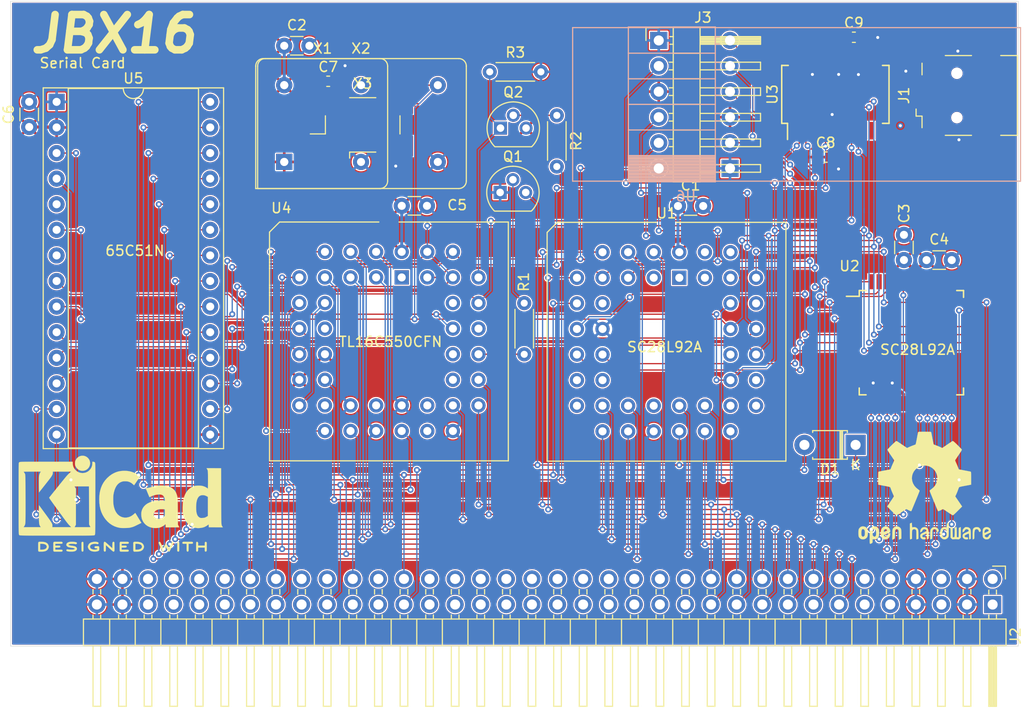
<source format=kicad_pcb>
(kicad_pcb (version 20171130) (host pcbnew "(5.1.12)-1")
  (layers (0 F.Cu signal) (31 B.Cu signal) (34 B.Paste user) (35 F.Paste user) (36 B.SilkS user) (37 F.SilkS user) (38 B.Mask user) (39 F.Mask user) (44 Edge.Cuts user))
  (net 0 "")
  (net 1 INT)
  (net 2 "Net-(Q1-Pad2)")
  (net 3 GND)
  (net 4 SRLEN)
  (net 5 RXA)
  (net 6 TXA)
  (net 7 RST)
  (net 8 CLK)
  (net 9 RTSA)
  (net 10 D0)
  (net 11 D4)
  (net 12 D5)
  (net 13 D1)
  (net 14 D2)
  (net 15 D6)
  (net 16 D7)
  (net 17 D3)
  (net 18 TXB)
  (net 19 RXB)
  (net 20 RWB)
  (net 21 A3)
  (net 22 RTSB)
  (net 23 CTSA)
  (net 24 +5V)
  (net 25 A2)
  (net 26 A1)
  (net 27 A0)
  (net 28 CTSB)
  (net 29 DTRA)
  (net 30 "Net-(R1-Pad2)")
  (net 31 RD#)
  (net 32 WR#)
  (net 33 "Net-(U4-Pad10)")
  (net 34 DSRA)
  (net 35 DCDA)
  (net 36 "Net-(J1-Pad3)")
  (net 37 "Net-(J1-Pad2)")
  (net 38 SCLK)
  (net 39 IRQ)
  (net 40 RI)
  (net 41 MR)
  (net 42 "Net-(Q2-Pad2)")
  (module Connector_PinHeader_2.54mm:PinHeader_1x06_P2.54mm_Horizontal (layer F.Cu) (at 145.9738 81.1276)
    (fp_text reference J3 (at 4.385 -2.27) (layer F.SilkS))
    (fp_text value Conn_01x06_Male)
    (pad 6 thru_hole oval (at 0 12.7) (size 1.7 1.7) (drill 1) (layers *.Cu *.Mask) (net 23 CTSA))
    (pad 5 thru_hole oval (at 0 10.16) (size 1.7 1.7) (drill 1) (layers *.Cu *.Mask) (net 6 TXA))
    (pad 4 thru_hole oval (at 0 7.62) (size 1.7 1.7) (drill 1) (layers *.Cu *.Mask) (net 5 RXA))
    (pad 3 thru_hole oval (at 0 5.08) (size 1.7 1.7) (drill 1) (layers *.Cu *.Mask) (net 24 +5V))
    (pad 2 thru_hole oval (at 0 2.54) (size 1.7 1.7) (drill 1) (layers *.Cu *.Mask) (net 9 RTSA))
    (pad 1 thru_hole rect (at 0 0) (size 1.7 1.7) (drill 1) (layers *.Cu *.Mask) (net 3 GND))
  )
  (module Resistor_THT:R_Axial_DIN0204_L3.6mm_D1.6mm_P5.08mm_Horizontal (layer F.Cu) (at 129.19964 84.24418)
    (fp_text reference R3 (at 2.54 -1.92) (layer F.SilkS))
    (fp_text value 1K)
    (pad 2 thru_hole oval (at 5.08 0) (size 1.4 1.4) (drill 0.7) (layers *.Cu *.Mask) (net 3 GND))
    (pad 1 thru_hole circle (at 0 0) (size 1.4 1.4) (drill 0.7) (layers *.Cu *.Mask) (net 41 MR))
  )
  (module Resistor_THT:R_Axial_DIN0204_L3.6mm_D1.6mm_P5.08mm_Horizontal (layer F.Cu) (at 135.85698 88.56472 270)
    (fp_text reference R2 (at 2.54 -1.92 90) (layer F.SilkS))
    (fp_text value 1K)
    (pad 2 thru_hole oval (at 5.08 0 270) (size 1.4 1.4) (drill 0.7) (layers *.Cu *.Mask) (net 7 RST))
    (pad 1 thru_hole circle (at 0 0 270) (size 1.4 1.4) (drill 0.7) (layers *.Cu *.Mask) (net 42 "Net-(Q2-Pad2)"))
  )
  (module Package_TO_SOT_THT:TO-92 (layer F.Cu) (at 130.26644 89.8271)
    (fp_text reference Q2 (at 1.27 -3.56) (layer F.SilkS))
    (fp_text value 2N2219)
    (pad 1 thru_hole rect (at 0 0) (size 1.3 1.3) (drill 0.75) (layers *.Cu *.Mask) (net 41 MR))
    (pad 3 thru_hole circle (at 2.54 0) (size 1.3 1.3) (drill 0.75) (layers *.Cu *.Mask) (net 24 +5V))
    (pad 2 thru_hole circle (at 1.27 -1.27) (size 1.3 1.3) (drill 0.75) (layers *.Cu *.Mask) (net 42 "Net-(Q2-Pad2)"))
  )
  (module Symbol:OSHW-Logo2_14.6x12mm_SilkScreen (layer F.Cu) (at 172.36186 125.50902)
    (fp_text reference REF** hide)
    (fp_text value OSHW-Logo2_14.6x12mm_SilkScreen hide)
  )
  (module Symbol:KiCad-Logo2_8mm_SilkScreen (layer F.Cu) (at 92.56776 126.2761)
    (fp_text reference REF** hide)
    (fp_text value KiCad-Logo2_8mm_SilkScreen hide)
  )
  (module Capacitor_SMD:C_0603_1608Metric_Pad1.08x0.95mm_HandSolder (layer F.Cu) (at 165.33876 80.81264)
    (fp_text reference C9 (at 0 -1.43) (layer F.SilkS))
    (fp_text value 100nF)
    (pad 2 smd roundrect (at 0.8625 0) (size 1.075 0.95) (layers F.Cu F.Paste F.Mask) (net 3 GND))
    (pad 1 smd roundrect (at -0.8625 0) (size 1.075 0.95) (layers F.Cu F.Paste F.Mask) (net 24 +5V))
  )
  (module Capacitor_SMD:C_0603_1608Metric_Pad1.08x0.95mm_HandSolder (layer F.Cu) (at 162.53968 92.70492)
    (fp_text reference C8 (at 0 -1.43) (layer F.SilkS))
    (fp_text value 100nF)
    (pad 2 smd roundrect (at 0.8625 0) (size 1.075 0.95) (layers F.Cu F.Paste F.Mask) (net 3 GND))
    (pad 1 smd roundrect (at -0.8625 0) (size 1.075 0.95) (layers F.Cu F.Paste F.Mask) (net 24 +5V))
  )
  (module Capacitor_SMD:C_0603_1608Metric_Pad1.08x0.95mm_HandSolder (layer F.Cu) (at 113.16716 85.18144)
    (fp_text reference C7 (at 0 -1.43) (layer F.SilkS))
    (fp_text value 100nF)
    (pad 2 smd roundrect (at 0.8625 0) (size 1.075 0.95) (layers F.Cu F.Paste F.Mask) (net 3 GND))
    (pad 1 smd roundrect (at -0.8625 0) (size 1.075 0.95) (layers F.Cu F.Paste F.Mask) (net 24 +5V))
  )
  (module Capacitor_THT:C_Disc_D3.0mm_W1.6mm_P2.50mm (layer F.Cu) (at 170.307 102.9208 90)
    (fp_text reference C3 (at 4.6228 0.0254 90) (layer F.SilkS))
    (fp_text value 100nF)
    (pad 2 thru_hole circle (at 2.5 0 90) (size 1.6 1.6) (drill 0.8) (layers *.Cu *.Mask) (net 3 GND))
    (pad 1 thru_hole circle (at 0 0 90) (size 1.6 1.6) (drill 0.8) (layers *.Cu *.Mask) (net 24 +5V))
  )
  (module Diode_THT:D_T-1_P5.08mm_Horizontal (layer F.Cu) (at 165.50894 121.26722 180)
    (fp_text reference D1 (at 2.54 -2.42) (layer F.SilkS))
    (fp_text value 1N4148)
    (fp_text user K (at 0 -2) (layer F.SilkS))
    (pad 2 thru_hole oval (at 5.08 0 180) (size 2 2) (drill 1) (layers *.Cu *.Mask) (net 39 IRQ))
    (pad 1 thru_hole rect (at 0 0 180) (size 2 2) (drill 1) (layers *.Cu *.Mask) (net 1 INT))
  )
  (module Package_DIP:DIP-28_W15.24mm_Socket (layer F.Cu) (at 86.21522 87.2236)
    (fp_text reference U5 (at 7.62 -2.33) (layer F.SilkS))
    (fp_text value W65C51N)
    (pad 28 thru_hole oval (at 15.24 0) (size 1.6 1.6) (drill 0.8) (layers *.Cu *.Mask) (net 20 RWB))
    (pad 14 thru_hole oval (at 0 33.02) (size 1.6 1.6) (drill 0.8) (layers *.Cu *.Mask) (net 26 A1))
    (pad 27 thru_hole oval (at 15.24 2.54) (size 1.6 1.6) (drill 0.8) (layers *.Cu *.Mask) (net 38 SCLK))
    (pad 13 thru_hole oval (at 0 30.48) (size 1.6 1.6) (drill 0.8) (layers *.Cu *.Mask) (net 27 A0))
    (pad 26 thru_hole oval (at 15.24 5.08) (size 1.6 1.6) (drill 0.8) (layers *.Cu *.Mask) (net 1 INT))
    (pad 12 thru_hole oval (at 0 27.94) (size 1.6 1.6) (drill 0.8) (layers *.Cu *.Mask) (net 5 RXA))
    (pad 25 thru_hole oval (at 15.24 7.62) (size 1.6 1.6) (drill 0.8) (layers *.Cu *.Mask) (net 16 D7))
    (pad 11 thru_hole oval (at 0 25.4) (size 1.6 1.6) (drill 0.8) (layers *.Cu *.Mask) (net 29 DTRA))
    (pad 24 thru_hole oval (at 15.24 10.16) (size 1.6 1.6) (drill 0.8) (layers *.Cu *.Mask) (net 15 D6))
    (pad 10 thru_hole oval (at 0 22.86) (size 1.6 1.6) (drill 0.8) (layers *.Cu *.Mask) (net 6 TXA))
    (pad 23 thru_hole oval (at 15.24 12.7) (size 1.6 1.6) (drill 0.8) (layers *.Cu *.Mask) (net 12 D5))
    (pad 9 thru_hole oval (at 0 20.32) (size 1.6 1.6) (drill 0.8) (layers *.Cu *.Mask) (net 23 CTSA))
    (pad 22 thru_hole oval (at 15.24 15.24) (size 1.6 1.6) (drill 0.8) (layers *.Cu *.Mask) (net 11 D4))
    (pad 8 thru_hole oval (at 0 17.78) (size 1.6 1.6) (drill 0.8) (layers *.Cu *.Mask) (net 9 RTSA))
    (pad 21 thru_hole oval (at 15.24 17.78) (size 1.6 1.6) (drill 0.8) (layers *.Cu *.Mask) (net 17 D3))
    (pad 7 thru_hole oval (at 0 15.24) (size 1.6 1.6) (drill 0.8) (layers *.Cu *.Mask))
    (pad 20 thru_hole oval (at 15.24 20.32) (size 1.6 1.6) (drill 0.8) (layers *.Cu *.Mask) (net 14 D2))
    (pad 6 thru_hole oval (at 0 12.7) (size 1.6 1.6) (drill 0.8) (layers *.Cu *.Mask) (net 8 CLK))
    (pad 19 thru_hole oval (at 15.24 22.86) (size 1.6 1.6) (drill 0.8) (layers *.Cu *.Mask) (net 13 D1))
    (pad 5 thru_hole oval (at 0 10.16) (size 1.6 1.6) (drill 0.8) (layers *.Cu *.Mask))
    (pad 18 thru_hole oval (at 15.24 25.4) (size 1.6 1.6) (drill 0.8) (layers *.Cu *.Mask) (net 10 D0))
    (pad 4 thru_hole oval (at 0 7.62) (size 1.6 1.6) (drill 0.8) (layers *.Cu *.Mask) (net 7 RST))
    (pad 17 thru_hole oval (at 15.24 27.94) (size 1.6 1.6) (drill 0.8) (layers *.Cu *.Mask) (net 34 DSRA))
    (pad 3 thru_hole oval (at 0 5.08) (size 1.6 1.6) (drill 0.8) (layers *.Cu *.Mask) (net 4 SRLEN))
    (pad 16 thru_hole oval (at 15.24 30.48) (size 1.6 1.6) (drill 0.8) (layers *.Cu *.Mask))
    (pad 2 thru_hole oval (at 0 2.54) (size 1.6 1.6) (drill 0.8) (layers *.Cu *.Mask) (net 24 +5V))
    (pad 15 thru_hole oval (at 15.24 33.02) (size 1.6 1.6) (drill 0.8) (layers *.Cu *.Mask) (net 24 +5V))
    (pad 1 thru_hole rect (at 0 0) (size 1.6 1.6) (drill 0.8) (layers *.Cu *.Mask) (net 3 GND))
  )
  (module JBCustoms:SparkFun_BluetoothMate (layer B.Cu) (at 151.5237 87.47252 90)
    (fp_text reference U6 (at -9.12 -2.856) (layer B.SilkS) (effects (justify mirror)))
    (fp_text value SparkFun_BluetoothMate)
    (pad 6 thru_hole oval (at 6.35 1.524) (size 1.7 1.7) (drill 1) (layers *.Cu *.Mask) (net 28 CTSB))
    (pad 5 thru_hole oval (at 3.81 1.524) (size 1.7 1.7) (drill 1) (layers *.Cu *.Mask) (net 18 TXB))
    (pad 4 thru_hole oval (at 1.27 1.524) (size 1.7 1.7) (drill 1) (layers *.Cu *.Mask) (net 19 RXB))
    (pad 3 thru_hole oval (at -1.27 1.524) (size 1.7 1.7) (drill 1) (layers *.Cu *.Mask) (net 24 +5V))
    (pad 2 thru_hole oval (at -3.81 1.524) (size 1.7 1.7) (drill 1) (layers *.Cu *.Mask) (net 22 RTSB))
    (pad 1 thru_hole rect (at -6.35 1.524) (size 1.7 1.7) (drill 1) (layers *.Cu *.Mask) (net 3 GND))
  )
  (module Connector_PinHeader_2.54mm:PinHeader_2x36_P2.54mm_Horizontal (layer F.Cu) (at 179.1083 134.5692 270)
    (fp_text reference J2 (at 5.655 -2.27 270) (layer F.SilkS))
    (fp_text value Conn_02x36_Odd_Even)
    (pad 71 thru_hole oval (at 2.54 88.9 270) (size 1.7 1.7) (drill 1) (layers *.Cu *.Mask) (net 3 GND))
    (pad 72 thru_hole oval (at 0 88.9 270) (size 1.7 1.7) (drill 1) (layers *.Cu *.Mask) (net 3 GND))
    (pad 69 thru_hole oval (at 2.54 86.36 270) (size 1.7 1.7) (drill 1) (layers *.Cu *.Mask) (net 24 +5V))
    (pad 70 thru_hole oval (at 0 86.36 270) (size 1.7 1.7) (drill 1) (layers *.Cu *.Mask) (net 24 +5V))
    (pad 67 thru_hole oval (at 2.54 83.82 270) (size 1.7 1.7) (drill 1) (layers *.Cu *.Mask))
    (pad 68 thru_hole oval (at 0 83.82 270) (size 1.7 1.7) (drill 1) (layers *.Cu *.Mask))
    (pad 65 thru_hole oval (at 2.54 81.28 270) (size 1.7 1.7) (drill 1) (layers *.Cu *.Mask))
    (pad 66 thru_hole oval (at 0 81.28 270) (size 1.7 1.7) (drill 1) (layers *.Cu *.Mask))
    (pad 63 thru_hole oval (at 2.54 78.74 270) (size 1.7 1.7) (drill 1) (layers *.Cu *.Mask))
    (pad 64 thru_hole oval (at 0 78.74 270) (size 1.7 1.7) (drill 1) (layers *.Cu *.Mask))
    (pad 61 thru_hole oval (at 2.54 76.2 270) (size 1.7 1.7) (drill 1) (layers *.Cu *.Mask))
    (pad 62 thru_hole oval (at 0 76.2 270) (size 1.7 1.7) (drill 1) (layers *.Cu *.Mask))
    (pad 59 thru_hole oval (at 2.54 73.66 270) (size 1.7 1.7) (drill 1) (layers *.Cu *.Mask))
    (pad 60 thru_hole oval (at 0 73.66 270) (size 1.7 1.7) (drill 1) (layers *.Cu *.Mask) (net 4 SRLEN))
    (pad 57 thru_hole oval (at 2.54 71.12 270) (size 1.7 1.7) (drill 1) (layers *.Cu *.Mask) (net 31 RD#))
    (pad 58 thru_hole oval (at 0 71.12 270) (size 1.7 1.7) (drill 1) (layers *.Cu *.Mask) (net 32 WR#))
    (pad 55 thru_hole oval (at 2.54 68.58 270) (size 1.7 1.7) (drill 1) (layers *.Cu *.Mask))
    (pad 56 thru_hole oval (at 0 68.58 270) (size 1.7 1.7) (drill 1) (layers *.Cu *.Mask))
    (pad 53 thru_hole oval (at 2.54 66.04 270) (size 1.7 1.7) (drill 1) (layers *.Cu *.Mask) (net 38 SCLK))
    (pad 54 thru_hole oval (at 0 66.04 270) (size 1.7 1.7) (drill 1) (layers *.Cu *.Mask))
    (pad 51 thru_hole oval (at 2.54 63.5 270) (size 1.7 1.7) (drill 1) (layers *.Cu *.Mask))
    (pad 52 thru_hole oval (at 0 63.5 270) (size 1.7 1.7) (drill 1) (layers *.Cu *.Mask) (net 7 RST))
    (pad 49 thru_hole oval (at 2.54 60.96 270) (size 1.7 1.7) (drill 1) (layers *.Cu *.Mask))
    (pad 50 thru_hole oval (at 0 60.96 270) (size 1.7 1.7) (drill 1) (layers *.Cu *.Mask))
    (pad 47 thru_hole oval (at 2.54 58.42 270) (size 1.7 1.7) (drill 1) (layers *.Cu *.Mask) (net 39 IRQ))
    (pad 48 thru_hole oval (at 0 58.42 270) (size 1.7 1.7) (drill 1) (layers *.Cu *.Mask) (net 20 RWB))
    (pad 45 thru_hole oval (at 2.54 55.88 270) (size 1.7 1.7) (drill 1) (layers *.Cu *.Mask))
    (pad 46 thru_hole oval (at 0 55.88 270) (size 1.7 1.7) (drill 1) (layers *.Cu *.Mask))
    (pad 43 thru_hole oval (at 2.54 53.34 270) (size 1.7 1.7) (drill 1) (layers *.Cu *.Mask))
    (pad 44 thru_hole oval (at 0 53.34 270) (size 1.7 1.7) (drill 1) (layers *.Cu *.Mask))
    (pad 41 thru_hole oval (at 2.54 50.8 270) (size 1.7 1.7) (drill 1) (layers *.Cu *.Mask))
    (pad 42 thru_hole oval (at 0 50.8 270) (size 1.7 1.7) (drill 1) (layers *.Cu *.Mask))
    (pad 39 thru_hole oval (at 2.54 48.26 270) (size 1.7 1.7) (drill 1) (layers *.Cu *.Mask))
    (pad 40 thru_hole oval (at 0 48.26 270) (size 1.7 1.7) (drill 1) (layers *.Cu *.Mask))
    (pad 37 thru_hole oval (at 2.54 45.72 270) (size 1.7 1.7) (drill 1) (layers *.Cu *.Mask))
    (pad 38 thru_hole oval (at 0 45.72 270) (size 1.7 1.7) (drill 1) (layers *.Cu *.Mask))
    (pad 35 thru_hole oval (at 2.54 43.18 270) (size 1.7 1.7) (drill 1) (layers *.Cu *.Mask))
    (pad 36 thru_hole oval (at 0 43.18 270) (size 1.7 1.7) (drill 1) (layers *.Cu *.Mask))
    (pad 33 thru_hole oval (at 2.54 40.64 270) (size 1.7 1.7) (drill 1) (layers *.Cu *.Mask))
    (pad 34 thru_hole oval (at 0 40.64 270) (size 1.7 1.7) (drill 1) (layers *.Cu *.Mask))
    (pad 31 thru_hole oval (at 2.54 38.1 270) (size 1.7 1.7) (drill 1) (layers *.Cu *.Mask))
    (pad 32 thru_hole oval (at 0 38.1 270) (size 1.7 1.7) (drill 1) (layers *.Cu *.Mask))
    (pad 29 thru_hole oval (at 2.54 35.56 270) (size 1.7 1.7) (drill 1) (layers *.Cu *.Mask))
    (pad 30 thru_hole oval (at 0 35.56 270) (size 1.7 1.7) (drill 1) (layers *.Cu *.Mask))
    (pad 27 thru_hole oval (at 2.54 33.02 270) (size 1.7 1.7) (drill 1) (layers *.Cu *.Mask))
    (pad 28 thru_hole oval (at 0 33.02 270) (size 1.7 1.7) (drill 1) (layers *.Cu *.Mask))
    (pad 25 thru_hole oval (at 2.54 30.48 270) (size 1.7 1.7) (drill 1) (layers *.Cu *.Mask))
    (pad 26 thru_hole oval (at 0 30.48 270) (size 1.7 1.7) (drill 1) (layers *.Cu *.Mask))
    (pad 23 thru_hole oval (at 2.54 27.94 270) (size 1.7 1.7) (drill 1) (layers *.Cu *.Mask) (net 21 A3))
    (pad 24 thru_hole oval (at 0 27.94 270) (size 1.7 1.7) (drill 1) (layers *.Cu *.Mask) (net 25 A2))
    (pad 21 thru_hole oval (at 2.54 25.4 270) (size 1.7 1.7) (drill 1) (layers *.Cu *.Mask) (net 26 A1))
    (pad 22 thru_hole oval (at 0 25.4 270) (size 1.7 1.7) (drill 1) (layers *.Cu *.Mask) (net 27 A0))
    (pad 19 thru_hole oval (at 2.54 22.86 270) (size 1.7 1.7) (drill 1) (layers *.Cu *.Mask) (net 13 D1))
    (pad 20 thru_hole oval (at 0 22.86 270) (size 1.7 1.7) (drill 1) (layers *.Cu *.Mask) (net 10 D0))
    (pad 17 thru_hole oval (at 2.54 20.32 270) (size 1.7 1.7) (drill 1) (layers *.Cu *.Mask) (net 17 D3))
    (pad 18 thru_hole oval (at 0 20.32 270) (size 1.7 1.7) (drill 1) (layers *.Cu *.Mask) (net 14 D2))
    (pad 15 thru_hole oval (at 2.54 17.78 270) (size 1.7 1.7) (drill 1) (layers *.Cu *.Mask) (net 12 D5))
    (pad 16 thru_hole oval (at 0 17.78 270) (size 1.7 1.7) (drill 1) (layers *.Cu *.Mask) (net 11 D4))
    (pad 13 thru_hole oval (at 2.54 15.24 270) (size 1.7 1.7) (drill 1) (layers *.Cu *.Mask) (net 16 D7))
    (pad 14 thru_hole oval (at 0 15.24 270) (size 1.7 1.7) (drill 1) (layers *.Cu *.Mask) (net 15 D6))
    (pad 11 thru_hole oval (at 2.54 12.7 270) (size 1.7 1.7) (drill 1) (layers *.Cu *.Mask))
    (pad 12 thru_hole oval (at 0 12.7 270) (size 1.7 1.7) (drill 1) (layers *.Cu *.Mask))
    (pad 9 thru_hole oval (at 2.54 10.16 270) (size 1.7 1.7) (drill 1) (layers *.Cu *.Mask))
    (pad 10 thru_hole oval (at 0 10.16 270) (size 1.7 1.7) (drill 1) (layers *.Cu *.Mask))
    (pad 7 thru_hole oval (at 2.54 7.62 270) (size 1.7 1.7) (drill 1) (layers *.Cu *.Mask) (net 3 GND))
    (pad 8 thru_hole oval (at 0 7.62 270) (size 1.7 1.7) (drill 1) (layers *.Cu *.Mask) (net 3 GND))
    (pad 5 thru_hole oval (at 2.54 5.08 270) (size 1.7 1.7) (drill 1) (layers *.Cu *.Mask))
    (pad 6 thru_hole oval (at 0 5.08 270) (size 1.7 1.7) (drill 1) (layers *.Cu *.Mask))
    (pad 3 thru_hole oval (at 2.54 2.54 270) (size 1.7 1.7) (drill 1) (layers *.Cu *.Mask) (net 3 GND))
    (pad 4 thru_hole oval (at 0 2.54 270) (size 1.7 1.7) (drill 1) (layers *.Cu *.Mask) (net 3 GND))
    (pad 1 thru_hole rect (at 2.54 0 270) (size 1.7 1.7) (drill 1) (layers *.Cu *.Mask))
    (pad 2 thru_hole oval (at 0 0 270) (size 1.7 1.7) (drill 1) (layers *.Cu *.Mask))
  )
  (module Connector_USB:USB_Mini-B_Wuerth_65100516121_Horizontal (layer F.Cu) (at 175.56226 86.58606 90)
    (fp_text reference J1 (at 0 -5.25 90) (layer F.SilkS))
    (fp_text value USB_B_Mini)
    (pad "" np_thru_hole circle (at 2.2 0 90) (size 0.9 0.9) (drill 0.9) (layers *.Cu *.Mask))
    (pad "" np_thru_hole circle (at -2.2 0 90) (size 0.9 0.9) (drill 0.9) (layers *.Cu *.Mask))
    (pad 5 smd rect (at 1.6 -2.6 90) (size 0.5 2.5) (layers F.Cu F.Paste F.Mask) (net 3 GND))
    (pad 4 smd rect (at 0.8 -2.6 90) (size 0.5 2.5) (layers F.Cu F.Paste F.Mask))
    (pad 3 smd rect (at 0 -2.6 90) (size 0.5 2.5) (layers F.Cu F.Paste F.Mask) (net 36 "Net-(J1-Pad3)"))
    (pad 2 smd rect (at -0.8 -2.6 90) (size 0.5 2.5) (layers F.Cu F.Paste F.Mask) (net 37 "Net-(J1-Pad2)"))
    (pad 1 smd rect (at -1.6 -2.6 90) (size 0.5 2.5) (layers F.Cu F.Paste F.Mask) (net 24 +5V))
    (pad 6 smd rect (at 4.4 -2.6 90) (size 2 2.5) (layers F.Cu F.Paste F.Mask) (net 3 GND))
    (pad 6 smd rect (at -4.4 -2.6 90) (size 2 2.5) (layers F.Cu F.Paste F.Mask) (net 3 GND))
    (pad 6 smd rect (at 4.4 2.9 90) (size 2 2.5) (layers F.Cu F.Paste F.Mask) (net 3 GND))
    (pad 6 smd rect (at -4.4 2.9 90) (size 2 2.5) (layers F.Cu F.Paste F.Mask) (net 3 GND))
  )
  (module Package_LCC:PLCC-44_THT-Socket (layer F.Cu) (at 120.46458 104.64694)
    (fp_text reference U4 (at -11.95324 -6.88234) (layer F.SilkS))
    (fp_text value TL16C550CFN)
    (pad 39 thru_hole circle (at 7.62 0) (size 1.4224 1.4224) (drill 0.8) (layers *.Cu *.Mask) (net 41 MR))
    (pad 37 thru_hole circle (at 7.62 2.54) (size 1.4224 1.4224) (drill 0.8) (layers *.Cu *.Mask) (net 29 DTRA))
    (pad 35 thru_hole circle (at 7.62 5.08) (size 1.4224 1.4224) (drill 0.8) (layers *.Cu *.Mask))
    (pad 33 thru_hole circle (at 7.62 7.62) (size 1.4224 1.4224) (drill 0.8) (layers *.Cu *.Mask) (net 30 "Net-(R1-Pad2)"))
    (pad 31 thru_hole circle (at 7.62 10.16) (size 1.4224 1.4224) (drill 0.8) (layers *.Cu *.Mask) (net 27 A0))
    (pad 40 thru_hole circle (at 5.08 -2.54) (size 1.4224 1.4224) (drill 0.8) (layers *.Cu *.Mask) (net 23 CTSA))
    (pad 38 thru_hole circle (at 5.08 2.54) (size 1.4224 1.4224) (drill 0.8) (layers *.Cu *.Mask))
    (pad 36 thru_hole circle (at 5.08 5.08) (size 1.4224 1.4224) (drill 0.8) (layers *.Cu *.Mask) (net 9 RTSA))
    (pad 34 thru_hole circle (at 5.08 7.62) (size 1.4224 1.4224) (drill 0.8) (layers *.Cu *.Mask))
    (pad 32 thru_hole circle (at 5.08 10.16) (size 1.4224 1.4224) (drill 0.8) (layers *.Cu *.Mask))
    (pad 30 thru_hole circle (at 5.08 12.7) (size 1.4224 1.4224) (drill 0.8) (layers *.Cu *.Mask) (net 26 A1))
    (pad 28 thru_hole circle (at 5.08 15.24) (size 1.4224 1.4224) (drill 0.8) (layers *.Cu *.Mask) (net 3 GND))
    (pad 26 thru_hole circle (at 2.54 15.24) (size 1.4224 1.4224) (drill 0.8) (layers *.Cu *.Mask))
    (pad 24 thru_hole circle (at 0 15.24) (size 1.4224 1.4224) (drill 0.8) (layers *.Cu *.Mask) (net 31 RD#))
    (pad 22 thru_hole circle (at -2.54 15.24) (size 1.4224 1.4224) (drill 0.8) (layers *.Cu *.Mask) (net 3 GND))
    (pad 20 thru_hole circle (at -5.08 15.24) (size 1.4224 1.4224) (drill 0.8) (layers *.Cu *.Mask) (net 32 WR#))
    (pad 18 thru_hole circle (at -7.62 15.24) (size 1.4224 1.4224) (drill 0.8) (layers *.Cu *.Mask) (net 8 CLK))
    (pad 29 thru_hole circle (at 7.62 12.7) (size 1.4224 1.4224) (drill 0.8) (layers *.Cu *.Mask) (net 25 A2))
    (pad 27 thru_hole circle (at 2.54 12.7) (size 1.4224 1.4224) (drill 0.8) (layers *.Cu *.Mask))
    (pad 25 thru_hole circle (at 0 12.7) (size 1.4224 1.4224) (drill 0.8) (layers *.Cu *.Mask) (net 3 GND))
    (pad 23 thru_hole circle (at -2.54 12.7) (size 1.4224 1.4224) (drill 0.8) (layers *.Cu *.Mask))
    (pad 21 thru_hole circle (at -5.08 12.7) (size 1.4224 1.4224) (drill 0.8) (layers *.Cu *.Mask) (net 3 GND))
    (pad 19 thru_hole circle (at -7.62 12.7) (size 1.4224 1.4224) (drill 0.8) (layers *.Cu *.Mask))
    (pad 17 thru_hole circle (at -10.16 12.7) (size 1.4224 1.4224) (drill 0.8) (layers *.Cu *.Mask) (net 33 "Net-(U4-Pad10)"))
    (pad 15 thru_hole circle (at -10.16 10.16) (size 1.4224 1.4224) (drill 0.8) (layers *.Cu *.Mask) (net 24 +5V))
    (pad 13 thru_hole circle (at -10.16 7.62) (size 1.4224 1.4224) (drill 0.8) (layers *.Cu *.Mask) (net 6 TXA))
    (pad 11 thru_hole circle (at -10.16 5.08) (size 1.4224 1.4224) (drill 0.8) (layers *.Cu *.Mask) (net 5 RXA))
    (pad 9 thru_hole circle (at -10.16 2.54) (size 1.4224 1.4224) (drill 0.8) (layers *.Cu *.Mask) (net 16 D7))
    (pad 7 thru_hole circle (at -10.16 0) (size 1.4224 1.4224) (drill 0.8) (layers *.Cu *.Mask) (net 12 D5))
    (pad 16 thru_hole circle (at -7.62 10.16) (size 1.4224 1.4224) (drill 0.8) (layers *.Cu *.Mask) (net 4 SRLEN))
    (pad 14 thru_hole circle (at -7.62 7.62) (size 1.4224 1.4224) (drill 0.8) (layers *.Cu *.Mask) (net 24 +5V))
    (pad 12 thru_hole circle (at -7.62 5.08) (size 1.4224 1.4224) (drill 0.8) (layers *.Cu *.Mask))
    (pad 10 thru_hole circle (at -7.62 2.54) (size 1.4224 1.4224) (drill 0.8) (layers *.Cu *.Mask) (net 33 "Net-(U4-Pad10)"))
    (pad 8 thru_hole circle (at -7.62 0) (size 1.4224 1.4224) (drill 0.8) (layers *.Cu *.Mask) (net 15 D6))
    (pad 42 thru_hole circle (at 2.54 -2.54) (size 1.4224 1.4224) (drill 0.8) (layers *.Cu *.Mask) (net 34 DSRA))
    (pad 44 thru_hole circle (at 0 -2.54) (size 1.4224 1.4224) (drill 0.8) (layers *.Cu *.Mask) (net 24 +5V))
    (pad 6 thru_hole circle (at -7.62 -2.54) (size 1.4224 1.4224) (drill 0.8) (layers *.Cu *.Mask) (net 11 D4))
    (pad 4 thru_hole circle (at -5.08 -2.54) (size 1.4224 1.4224) (drill 0.8) (layers *.Cu *.Mask) (net 14 D2))
    (pad 2 thru_hole circle (at -2.54 -2.54) (size 1.4224 1.4224) (drill 0.8) (layers *.Cu *.Mask) (net 10 D0))
    (pad 41 thru_hole circle (at 5.08 0) (size 1.4224 1.4224) (drill 0.8) (layers *.Cu *.Mask) (net 34 DSRA))
    (pad 43 thru_hole circle (at 2.54 0) (size 1.4224 1.4224) (drill 0.8) (layers *.Cu *.Mask) (net 40 RI))
    (pad 5 thru_hole circle (at -5.08 0) (size 1.4224 1.4224) (drill 0.8) (layers *.Cu *.Mask) (net 17 D3))
    (pad 3 thru_hole circle (at -2.54 0) (size 1.4224 1.4224) (drill 0.8) (layers *.Cu *.Mask) (net 13 D1))
    (pad 1 thru_hole rect (at 0 0) (size 1.4224 1.4224) (drill 0.8) (layers *.Cu *.Mask))
  )
  (module Resistor_THT:R_Axial_DIN0204_L3.6mm_D1.6mm_P5.08mm_Horizontal (layer F.Cu) (at 132.62356 107.19816 270)
    (fp_text reference R1 (at -2.1082 0.04572 90) (layer F.SilkS))
    (fp_text value 1K)
    (pad 2 thru_hole oval (at 5.08 0 270) (size 1.4 1.4) (drill 0.7) (layers *.Cu *.Mask) (net 30 "Net-(R1-Pad2)"))
    (pad 1 thru_hole circle (at 0 0 270) (size 1.4 1.4) (drill 0.7) (layers *.Cu *.Mask) (net 2 "Net-(Q1-Pad2)"))
  )
  (module Package_TO_SOT_THT:TO-92 (layer F.Cu) (at 130.23088 96.2152)
    (fp_text reference Q1 (at 1.27 -3.56) (layer F.SilkS))
    (fp_text value 2N2219)
    (pad 1 thru_hole rect (at 0 0) (size 1.3 1.3) (drill 0.75) (layers *.Cu *.Mask) (net 3 GND))
    (pad 3 thru_hole circle (at 2.54 0) (size 1.3 1.3) (drill 0.75) (layers *.Cu *.Mask) (net 1 INT))
    (pad 2 thru_hole circle (at 1.27 -1.27) (size 1.3 1.3) (drill 0.75) (layers *.Cu *.Mask) (net 2 "Net-(Q1-Pad2)"))
  )
  (module Capacitor_THT:C_Disc_D3.0mm_W1.6mm_P2.50mm (layer F.Cu) (at 83.49488 89.71852 90)
    (fp_text reference C6 (at 1.25 -2.05 90) (layer F.SilkS))
    (fp_text value 100nF)
    (pad 2 thru_hole circle (at 2.5 0 90) (size 1.6 1.6) (drill 0.8) (layers *.Cu *.Mask) (net 3 GND))
    (pad 1 thru_hole circle (at 0 0 90) (size 1.6 1.6) (drill 0.8) (layers *.Cu *.Mask) (net 24 +5V))
  )
  (module Capacitor_THT:C_Disc_D3.0mm_W1.6mm_P2.50mm (layer F.Cu) (at 120.46966 97.54108)
    (fp_text reference C5 (at 5.49656 -0.07366) (layer F.SilkS))
    (fp_text value 100nF)
    (pad 2 thru_hole circle (at 2.5 0) (size 1.6 1.6) (drill 0.8) (layers *.Cu *.Mask) (net 3 GND))
    (pad 1 thru_hole circle (at 0 0) (size 1.6 1.6) (drill 0.8) (layers *.Cu *.Mask) (net 24 +5V))
  )
  (module Capacitor_THT:C_Disc_D3.0mm_W1.6mm_P2.50mm (layer F.Cu) (at 172.55172 102.92588)
    (fp_text reference C4 (at 1.25 -2.05) (layer F.SilkS))
    (fp_text value 100nF)
    (pad 2 thru_hole circle (at 2.5 0) (size 1.6 1.6) (drill 0.8) (layers *.Cu *.Mask) (net 3 GND))
    (pad 1 thru_hole circle (at 0 0) (size 1.6 1.6) (drill 0.8) (layers *.Cu *.Mask) (net 24 +5V))
  )
  (module Capacitor_THT:C_Disc_D3.0mm_W1.6mm_P2.50mm (layer F.Cu) (at 108.80344 81.65592)
    (fp_text reference C2 (at 1.25 -2.05) (layer F.SilkS))
    (fp_text value 100nF)
    (pad 2 thru_hole circle (at 2.5 0) (size 1.6 1.6) (drill 0.8) (layers *.Cu *.Mask) (net 3 GND))
    (pad 1 thru_hole circle (at 0 0) (size 1.6 1.6) (drill 0.8) (layers *.Cu *.Mask) (net 24 +5V))
  )
  (module Capacitor_THT:C_Disc_D3.0mm_W1.6mm_P2.50mm (layer F.Cu) (at 147.88134 97.55886)
    (fp_text reference C1 (at 1.25 -2.05) (layer F.SilkS))
    (fp_text value 100nF)
    (pad 2 thru_hole circle (at 2.5 0) (size 1.6 1.6) (drill 0.8) (layers *.Cu *.Mask) (net 3 GND))
    (pad 1 thru_hole circle (at 0 0) (size 1.6 1.6) (drill 0.8) (layers *.Cu *.Mask) (net 24 +5V))
  )
  (module Oscillator:Oscillator_SMD_EuroQuartz_XO91-4Pin_7.0x5.0mm_HandSoldering (layer F.Cu) (at 116.59228 89.50648)
    (fp_text reference X3 (at 0 -4.1) (layer F.SilkS))
    (fp_text value ASCO)
    (pad 4 smd rect (at -3.25 -2.1) (size 3.5 2) (layers F.Cu F.Paste F.Mask) (net 24 +5V))
    (pad 3 smd rect (at 3.25 -2.1) (size 3.5 2) (layers F.Cu F.Paste F.Mask) (net 8 CLK))
    (pad 2 smd rect (at 3.25 2.1) (size 3.5 2) (layers F.Cu F.Paste F.Mask) (net 3 GND))
    (pad 1 smd rect (at -3.25 2.1) (size 3.5 2) (layers F.Cu F.Paste F.Mask) (net 24 +5V))
  )
  (module Oscillator:Oscillator_DIP-14 (layer F.Cu) (at 108.80598 93.18498)
    (fp_text reference X2 (at 7.62 -11.26) (layer F.SilkS))
    (fp_text value CXO_DIP14)
    (pad 7 thru_hole circle (at 15.24 0) (size 1.6 1.6) (drill 0.8) (layers *.Cu *.Mask) (net 3 GND))
    (pad 8 thru_hole circle (at 15.24 -7.62) (size 1.6 1.6) (drill 0.8) (layers *.Cu *.Mask) (net 8 CLK))
    (pad 14 thru_hole circle (at 0 -7.62) (size 1.6 1.6) (drill 0.8) (layers *.Cu *.Mask) (net 24 +5V))
    (pad 1 thru_hole rect (at 0 0) (size 1.6 1.6) (drill 0.8) (layers *.Cu *.Mask) (net 24 +5V))
  )
  (module Oscillator:Oscillator_DIP-8 (layer F.Cu) (at 108.80598 93.18498)
    (fp_text reference X1 (at 3.81 -11.26) (layer F.SilkS))
    (fp_text value CXO_DIP8)
    (pad 4 thru_hole circle (at 7.62 0) (size 1.6 1.6) (drill 0.8) (layers *.Cu *.Mask) (net 3 GND))
    (pad 5 thru_hole circle (at 7.62 -7.62) (size 1.6 1.6) (drill 0.8) (layers *.Cu *.Mask) (net 8 CLK))
    (pad 8 thru_hole circle (at 0 -7.62) (size 1.6 1.6) (drill 0.8) (layers *.Cu *.Mask) (net 24 +5V))
    (pad 1 thru_hole rect (at 0 0) (size 1.6 1.6) (drill 0.8) (layers *.Cu *.Mask) (net 24 +5V))
  )
  (module Package_SO:SSOP-28_5.3x10.2mm_P0.65mm (layer F.Cu) (at 163.50234 86.48192 90)
    (fp_text reference U3 (at 0 -6.25 90) (layer F.SilkS))
    (fp_text value FT232RL)
    (pad 28 smd rect (at 3.6 -4.225 90) (size 1.75 0.45) (layers F.Cu F.Paste F.Mask))
    (pad 27 smd rect (at 3.6 -3.575 90) (size 1.75 0.45) (layers F.Cu F.Paste F.Mask))
    (pad 26 smd rect (at 3.6 -2.925 90) (size 1.75 0.45) (layers F.Cu F.Paste F.Mask))
    (pad 25 smd rect (at 3.6 -2.275 90) (size 1.75 0.45) (layers F.Cu F.Paste F.Mask) (net 3 GND))
    (pad 24 smd rect (at 3.6 -1.625 90) (size 1.75 0.45) (layers F.Cu F.Paste F.Mask))
    (pad 23 smd rect (at 3.6 -0.975 90) (size 1.75 0.45) (layers F.Cu F.Paste F.Mask))
    (pad 22 smd rect (at 3.6 -0.325 90) (size 1.75 0.45) (layers F.Cu F.Paste F.Mask))
    (pad 21 smd rect (at 3.6 0.325 90) (size 1.75 0.45) (layers F.Cu F.Paste F.Mask) (net 3 GND))
    (pad 20 smd rect (at 3.6 0.975 90) (size 1.75 0.45) (layers F.Cu F.Paste F.Mask) (net 24 +5V))
    (pad 19 smd rect (at 3.6 1.625 90) (size 1.75 0.45) (layers F.Cu F.Paste F.Mask))
    (pad 18 smd rect (at 3.6 2.275 90) (size 1.75 0.45) (layers F.Cu F.Paste F.Mask) (net 3 GND))
    (pad 17 smd rect (at 3.6 2.925 90) (size 1.75 0.45) (layers F.Cu F.Paste F.Mask))
    (pad 16 smd rect (at 3.6 3.575 90) (size 1.75 0.45) (layers F.Cu F.Paste F.Mask) (net 37 "Net-(J1-Pad2)"))
    (pad 15 smd rect (at 3.6 4.225 90) (size 1.75 0.45) (layers F.Cu F.Paste F.Mask) (net 36 "Net-(J1-Pad3)"))
    (pad 14 smd rect (at -3.6 4.225 90) (size 1.75 0.45) (layers F.Cu F.Paste F.Mask))
    (pad 13 smd rect (at -3.6 3.575 90) (size 1.75 0.45) (layers F.Cu F.Paste F.Mask))
    (pad 12 smd rect (at -3.6 2.925 90) (size 1.75 0.45) (layers F.Cu F.Paste F.Mask))
    (pad 11 smd rect (at -3.6 2.275 90) (size 1.75 0.45) (layers F.Cu F.Paste F.Mask) (net 9 RTSA))
    (pad 10 smd rect (at -3.6 1.625 90) (size 1.75 0.45) (layers F.Cu F.Paste F.Mask) (net 29 DTRA))
    (pad 9 smd rect (at -3.6 0.975 90) (size 1.75 0.45) (layers F.Cu F.Paste F.Mask) (net 29 DTRA))
    (pad 8 smd rect (at -3.6 0.325 90) (size 1.75 0.45) (layers F.Cu F.Paste F.Mask))
    (pad 7 smd rect (at -3.6 -0.325 90) (size 1.75 0.45) (layers F.Cu F.Paste F.Mask) (net 3 GND))
    (pad 6 smd rect (at -3.6 -0.975 90) (size 1.75 0.45) (layers F.Cu F.Paste F.Mask) (net 40 RI))
    (pad 5 smd rect (at -3.6 -1.625 90) (size 1.75 0.45) (layers F.Cu F.Paste F.Mask) (net 6 TXA))
    (pad 4 smd rect (at -3.6 -2.275 90) (size 1.75 0.45) (layers F.Cu F.Paste F.Mask) (net 24 +5V))
    (pad 3 smd rect (at -3.6 -2.925 90) (size 1.75 0.45) (layers F.Cu F.Paste F.Mask) (net 23 CTSA))
    (pad 2 smd rect (at -3.6 -3.575 90) (size 1.75 0.45) (layers F.Cu F.Paste F.Mask) (net 34 DSRA))
    (pad 1 smd rect (at -3.6 -4.225 90) (size 1.75 0.45) (layers F.Cu F.Paste F.Mask) (net 5 RXA))
  )
  (module Package_QFP:PQFP-44_10x10mm_P0.8mm (layer F.Cu) (at 171.04614 111.12246)
    (fp_text reference U2 (at -6.13918 -7.59968) (layer F.SilkS))
    (fp_text value "SC28L92A1A_(QFP)")
    (pad 44 smd rect (at -4 -6.05) (size 0.52 1.5) (layers F.Cu F.Paste F.Mask) (net 25 A2))
    (pad 43 smd rect (at -3.2 -6.05) (size 0.52 1.5) (layers F.Cu F.Paste F.Mask) (net 28 CTSB))
    (pad 42 smd rect (at -2.4 -6.05) (size 0.52 1.5) (layers F.Cu F.Paste F.Mask) (net 26 A1))
    (pad 41 smd rect (at -1.6 -6.05) (size 0.52 1.5) (layers F.Cu F.Paste F.Mask))
    (pad 40 smd rect (at -0.8 -6.05) (size 0.52 1.5) (layers F.Cu F.Paste F.Mask) (net 27 A0))
    (pad 39 smd rect (at 0 -6.05) (size 0.52 1.5) (layers F.Cu F.Paste F.Mask) (net 24 +5V))
    (pad 38 smd rect (at 0.8 -6.05) (size 0.52 1.5) (layers F.Cu F.Paste F.Mask) (net 24 +5V))
    (pad 37 smd rect (at 1.6 -6.05) (size 0.52 1.5) (layers F.Cu F.Paste F.Mask))
    (pad 36 smd rect (at 2.4 -6.05) (size 0.52 1.5) (layers F.Cu F.Paste F.Mask))
    (pad 35 smd rect (at 3.2 -6.05) (size 0.52 1.5) (layers F.Cu F.Paste F.Mask))
    (pad 34 smd rect (at 4 -6.05) (size 0.52 1.5) (layers F.Cu F.Paste F.Mask))
    (pad 33 smd rect (at 6.05 -4) (size 1.5 0.52) (layers F.Cu F.Paste F.Mask) (net 4 SRLEN))
    (pad 32 smd rect (at 6.05 -3.2) (size 1.5 0.52) (layers F.Cu F.Paste F.Mask) (net 7 RST))
    (pad 31 smd rect (at 6.05 -2.4) (size 1.5 0.52) (layers F.Cu F.Paste F.Mask))
    (pad 30 smd rect (at 6.05 -1.6) (size 1.5 0.52) (layers F.Cu F.Paste F.Mask) (net 8 CLK))
    (pad 29 smd rect (at 6.05 -0.8) (size 1.5 0.52) (layers F.Cu F.Paste F.Mask) (net 5 RXA))
    (pad 28 smd rect (at 6.05 0) (size 1.5 0.52) (layers F.Cu F.Paste F.Mask) (net 6 TXA))
    (pad 27 smd rect (at 6.05 0.8) (size 1.5 0.52) (layers F.Cu F.Paste F.Mask) (net 9 RTSA))
    (pad 26 smd rect (at 6.05 1.6) (size 1.5 0.52) (layers F.Cu F.Paste F.Mask))
    (pad 25 smd rect (at 6.05 2.4) (size 1.5 0.52) (layers F.Cu F.Paste F.Mask))
    (pad 24 smd rect (at 6.05 3.2) (size 1.5 0.52) (layers F.Cu F.Paste F.Mask))
    (pad 23 smd rect (at 6.05 4) (size 1.5 0.52) (layers F.Cu F.Paste F.Mask))
    (pad 22 smd rect (at 4 6.05) (size 0.52 1.5) (layers F.Cu F.Paste F.Mask) (net 10 D0))
    (pad 21 smd rect (at 3.2 6.05) (size 0.52 1.5) (layers F.Cu F.Paste F.Mask) (net 14 D2))
    (pad 20 smd rect (at 2.4 6.05) (size 0.52 1.5) (layers F.Cu F.Paste F.Mask) (net 11 D4))
    (pad 19 smd rect (at 1.6 6.05) (size 0.52 1.5) (layers F.Cu F.Paste F.Mask) (net 15 D6))
    (pad 18 smd rect (at 0.8 6.05) (size 0.52 1.5) (layers F.Cu F.Paste F.Mask) (net 1 INT))
    (pad 17 smd rect (at 0 6.05) (size 0.52 1.5) (layers F.Cu F.Paste F.Mask) (net 3 GND))
    (pad 16 smd rect (at -0.8 6.05) (size 0.52 1.5) (layers F.Cu F.Paste F.Mask) (net 3 GND))
    (pad 15 smd rect (at -1.6 6.05) (size 0.52 1.5) (layers F.Cu F.Paste F.Mask) (net 16 D7))
    (pad 14 smd rect (at -2.4 6.05) (size 0.52 1.5) (layers F.Cu F.Paste F.Mask) (net 12 D5))
    (pad 13 smd rect (at -3.2 6.05) (size 0.52 1.5) (layers F.Cu F.Paste F.Mask) (net 17 D3))
    (pad 12 smd rect (at -4 6.05) (size 0.52 1.5) (layers F.Cu F.Paste F.Mask) (net 13 D1))
    (pad 11 smd rect (at -6.05 4) (size 1.5 0.52) (layers F.Cu F.Paste F.Mask) (net 3 GND))
    (pad 10 smd rect (at -6.05 3.2) (size 1.5 0.52) (layers F.Cu F.Paste F.Mask))
    (pad 9 smd rect (at -6.05 2.4) (size 1.5 0.52) (layers F.Cu F.Paste F.Mask))
    (pad 8 smd rect (at -6.05 1.6) (size 1.5 0.52) (layers F.Cu F.Paste F.Mask))
    (pad 7 smd rect (at -6.05 0.8) (size 1.5 0.52) (layers F.Cu F.Paste F.Mask) (net 22 RTSB))
    (pad 6 smd rect (at -6.05 0) (size 1.5 0.52) (layers F.Cu F.Paste F.Mask) (net 18 TXB))
    (pad 5 smd rect (at -6.05 -0.8) (size 1.5 0.52) (layers F.Cu F.Paste F.Mask) (net 19 RXB))
    (pad 4 smd rect (at -6.05 -1.6) (size 1.5 0.52) (layers F.Cu F.Paste F.Mask))
    (pad 3 smd rect (at -6.05 -2.4) (size 1.5 0.52) (layers F.Cu F.Paste F.Mask) (net 20 RWB))
    (pad 2 smd rect (at -6.05 -3.2) (size 1.5 0.52) (layers F.Cu F.Paste F.Mask) (net 23 CTSA))
    (pad 1 smd rect (at -6.05 -4) (size 1.5 0.52) (layers F.Cu F.Paste F.Mask) (net 21 A3))
  )
  (module Package_LCC:PLCC-44_THT-Socket (layer F.Cu) (at 148.01342 104.67996)
    (fp_text reference U1 (at -1.27 -6.4) (layer F.SilkS))
    (fp_text value SC28L92A1A)
    (pad 39 thru_hole circle (at 7.62 0) (size 1.4224 1.4224) (drill 0.8) (layers *.Cu *.Mask) (net 4 SRLEN))
    (pad 37 thru_hole circle (at 7.62 2.54) (size 1.4224 1.4224) (drill 0.8) (layers *.Cu *.Mask))
    (pad 35 thru_hole circle (at 7.62 5.08) (size 1.4224 1.4224) (drill 0.8) (layers *.Cu *.Mask) (net 5 RXA))
    (pad 33 thru_hole circle (at 7.62 7.62) (size 1.4224 1.4224) (drill 0.8) (layers *.Cu *.Mask) (net 6 TXA))
    (pad 31 thru_hole circle (at 7.62 10.16) (size 1.4224 1.4224) (drill 0.8) (layers *.Cu *.Mask))
    (pad 40 thru_hole circle (at 5.08 -2.54) (size 1.4224 1.4224) (drill 0.8) (layers *.Cu *.Mask))
    (pad 38 thru_hole circle (at 5.08 2.54) (size 1.4224 1.4224) (drill 0.8) (layers *.Cu *.Mask) (net 7 RST))
    (pad 36 thru_hole circle (at 5.08 5.08) (size 1.4224 1.4224) (drill 0.8) (layers *.Cu *.Mask) (net 8 CLK))
    (pad 34 thru_hole circle (at 5.08 7.62) (size 1.4224 1.4224) (drill 0.8) (layers *.Cu *.Mask))
    (pad 32 thru_hole circle (at 5.08 10.16) (size 1.4224 1.4224) (drill 0.8) (layers *.Cu *.Mask) (net 9 RTSA))
    (pad 30 thru_hole circle (at 5.08 12.7) (size 1.4224 1.4224) (drill 0.8) (layers *.Cu *.Mask))
    (pad 28 thru_hole circle (at 5.08 15.24) (size 1.4224 1.4224) (drill 0.8) (layers *.Cu *.Mask) (net 10 D0))
    (pad 26 thru_hole circle (at 2.54 15.24) (size 1.4224 1.4224) (drill 0.8) (layers *.Cu *.Mask) (net 11 D4))
    (pad 24 thru_hole circle (at 0 15.24) (size 1.4224 1.4224) (drill 0.8) (layers *.Cu *.Mask) (net 1 INT))
    (pad 22 thru_hole circle (at -2.54 15.24) (size 1.4224 1.4224) (drill 0.8) (layers *.Cu *.Mask) (net 3 GND))
    (pad 20 thru_hole circle (at -5.08 15.24) (size 1.4224 1.4224) (drill 0.8) (layers *.Cu *.Mask) (net 12 D5))
    (pad 18 thru_hole circle (at -7.62 15.24) (size 1.4224 1.4224) (drill 0.8) (layers *.Cu *.Mask) (net 13 D1))
    (pad 29 thru_hole circle (at 7.62 12.7) (size 1.4224 1.4224) (drill 0.8) (layers *.Cu *.Mask))
    (pad 27 thru_hole circle (at 2.54 12.7) (size 1.4224 1.4224) (drill 0.8) (layers *.Cu *.Mask) (net 14 D2))
    (pad 25 thru_hole circle (at 0 12.7) (size 1.4224 1.4224) (drill 0.8) (layers *.Cu *.Mask) (net 15 D6))
    (pad 23 thru_hole circle (at -2.54 12.7) (size 1.4224 1.4224) (drill 0.8) (layers *.Cu *.Mask))
    (pad 21 thru_hole circle (at -5.08 12.7) (size 1.4224 1.4224) (drill 0.8) (layers *.Cu *.Mask) (net 16 D7))
    (pad 19 thru_hole circle (at -7.62 12.7) (size 1.4224 1.4224) (drill 0.8) (layers *.Cu *.Mask) (net 17 D3))
    (pad 17 thru_hole circle (at -10.16 12.7) (size 1.4224 1.4224) (drill 0.8) (layers *.Cu *.Mask))
    (pad 15 thru_hole circle (at -10.16 10.16) (size 1.4224 1.4224) (drill 0.8) (layers *.Cu *.Mask))
    (pad 13 thru_hole circle (at -10.16 7.62) (size 1.4224 1.4224) (drill 0.8) (layers *.Cu *.Mask) (net 18 TXB))
    (pad 11 thru_hole circle (at -10.16 5.08) (size 1.4224 1.4224) (drill 0.8) (layers *.Cu *.Mask) (net 19 RXB))
    (pad 9 thru_hole circle (at -10.16 2.54) (size 1.4224 1.4224) (drill 0.8) (layers *.Cu *.Mask) (net 20 RWB))
    (pad 7 thru_hole circle (at -10.16 0) (size 1.4224 1.4224) (drill 0.8) (layers *.Cu *.Mask) (net 21 A3))
    (pad 16 thru_hole circle (at -7.62 10.16) (size 1.4224 1.4224) (drill 0.8) (layers *.Cu *.Mask))
    (pad 14 thru_hole circle (at -7.62 7.62) (size 1.4224 1.4224) (drill 0.8) (layers *.Cu *.Mask) (net 22 RTSB))
    (pad 12 thru_hole circle (at -7.62 5.08) (size 1.4224 1.4224) (drill 0.8) (layers *.Cu *.Mask) (net 3 GND))
    (pad 10 thru_hole circle (at -7.62 2.54) (size 1.4224 1.4224) (drill 0.8) (layers *.Cu *.Mask))
    (pad 8 thru_hole circle (at -7.62 0) (size 1.4224 1.4224) (drill 0.8) (layers *.Cu *.Mask) (net 23 CTSA))
    (pad 42 thru_hole circle (at 2.54 -2.54) (size 1.4224 1.4224) (drill 0.8) (layers *.Cu *.Mask))
    (pad 44 thru_hole circle (at 0 -2.54) (size 1.4224 1.4224) (drill 0.8) (layers *.Cu *.Mask) (net 24 +5V))
    (pad 6 thru_hole circle (at -7.62 -2.54) (size 1.4224 1.4224) (drill 0.8) (layers *.Cu *.Mask) (net 25 A2))
    (pad 4 thru_hole circle (at -5.08 -2.54) (size 1.4224 1.4224) (drill 0.8) (layers *.Cu *.Mask) (net 26 A1))
    (pad 2 thru_hole circle (at -2.54 -2.54) (size 1.4224 1.4224) (drill 0.8) (layers *.Cu *.Mask) (net 27 A0))
    (pad 41 thru_hole circle (at 5.08 0) (size 1.4224 1.4224) (drill 0.8) (layers *.Cu *.Mask))
    (pad 43 thru_hole circle (at 2.54 0) (size 1.4224 1.4224) (drill 0.8) (layers *.Cu *.Mask))
    (pad 5 thru_hole circle (at -5.08 0) (size 1.4224 1.4224) (drill 0.8) (layers *.Cu *.Mask) (net 28 CTSB))
    (pad 3 thru_hole circle (at -2.54 0) (size 1.4224 1.4224) (drill 0.8) (layers *.Cu *.Mask))
    (pad 1 thru_hole rect (at 0 0) (size 1.4224 1.4224) (drill 0.8) (layers *.Cu *.Mask))
  )
  (gr_text 65C51N (at 93.98508 101.99878) (layer F.SilkS) (effects (font (size 1 1))))
  (gr_text SC28L92A (at 171.66082 111.81588) (layer F.SilkS) (effects (font (size 1 1))))
  (gr_text SC28L92A (at 146.55038 111.55426) (layer F.SilkS) (effects (font (size 1 1))))
  (gr_text TL16C550CFN (at 119.3546 111.03356) (layer F.SilkS) (effects (font (size 1 1))))
  (gr_text "Serial Card" (at 88.79586 83.37042) (layer F.SilkS) (effects (font (size 1 1))))
  (gr_text JBX16 (at 91.89974 80.47736) (layer F.SilkS) (effects (font (size 3.5 3.5) (thickness 0.75) italic)))
  (gr_text JBX16 (at 92.02166 80.69326) (layer F.Cu) (effects (font (size 3.5 3.5) (thickness 0.75) italic)))
  (gr_line (start 181.6483 77.2369) (end 181.6483 141.2369) (layer Edge.Cuts) (width 0.05))
  (gr_line (start 81.6483 141.2369) (end 181.6483 141.2369) (layer Edge.Cuts) (width 0.05))
  (gr_line (start 81.6483 77.2369) (end 81.6483 141.2369) (layer Edge.Cuts) (width 0.05))
  (gr_line (start 81.6483 77.2369) (end 181.6483 77.2369) (layer Edge.Cuts) (width 0.05))
  (via (at 165.50894 123.2634) (size 0.6) (drill 0.3) (layers F.Cu B.Cu) (net 1))
  (segment (start 165.50894 121.26722) (end 165.50894 123.2634) (width 0.127) (layer B.Cu) (net 1))
  (via (at 148.01342 123.2634) (size 0.6) (drill 0.3) (layers F.Cu B.Cu) (net 1))
  (segment (start 148.01342 119.91996) (end 148.01342 123.2634) (width 0.127) (layer B.Cu) (net 1))
  (segment (start 148.01342 123.2634) (end 148.52168 123.2634) (width 0.127) (layer F.Cu) (net 1))
  (segment (start 165.50894 123.2634) (end 148.52168 123.2634) (width 0.127) (layer F.Cu) (net 1))
  (segment (start 148.01342 123.2634) (end 147.5204 123.2634) (width 0.127) (layer F.Cu) (net 1))
  (segment (start 148.52168 123.2634) (end 147.5204 123.2634) (width 0.127) (layer F.Cu) (net 1))
  (via (at 171.84624 118.62054) (size 0.6) (drill 0.3) (layers F.Cu B.Cu) (net 1))
  (segment (start 171.84614 118.62044) (end 171.84624 118.62054) (width 0.127) (layer F.Cu) (net 1))
  (segment (start 171.84614 117.17246) (end 171.84614 118.62044) (width 0.127) (layer F.Cu) (net 1))
  (via (at 171.8465 123.2634) (size 0.6) (drill 0.3) (layers F.Cu B.Cu) (net 1))
  (segment (start 171.84624 118.62054) (end 171.84624 123.26314) (width 0.127) (layer B.Cu) (net 1))
  (segment (start 171.84624 123.26314) (end 171.8465 123.2634) (width 0.127) (layer B.Cu) (net 1))
  (segment (start 165.50894 123.2634) (end 171.8465 123.2634) (width 0.127) (layer F.Cu) (net 1))
  (via (at 95.32592 123.2634) (size 0.6) (drill 0.3) (layers F.Cu B.Cu) (net 1))
  (segment (start 95.32592 94.605618) (end 95.32592 123.2634) (width 0.127) (layer B.Cu) (net 1))
  (via (at 95.3262 92.30106) (size 0.6) (drill 0.3) (layers F.Cu B.Cu) (net 1))
  (segment (start 95.32592 92.30134) (end 95.3262 92.30106) (width 0.127) (layer B.Cu) (net 1))
  (segment (start 95.32592 94.605618) (end 95.32592 92.30134) (width 0.127) (layer B.Cu) (net 1))
  (segment (start 101.45268 92.30106) (end 101.45522 92.3036) (width 0.127) (layer F.Cu) (net 1))
  (segment (start 95.3262 92.30106) (end 101.45268 92.30106) (width 0.127) (layer F.Cu) (net 1))
  (segment (start 95.32592 123.2634) (end 96.01936 123.2634) (width 0.127) (layer F.Cu) (net 1))
  (via (at 133.9441 123.2634) (size 0.6) (drill 0.3) (layers F.Cu B.Cu) (net 1))
  (segment (start 132.77088 96.2152) (end 133.9441 97.38842) (width 0.127) (layer B.Cu) (net 1))
  (segment (start 133.9441 97.38842) (end 133.9441 123.2634) (width 0.127) (layer B.Cu) (net 1))
  (segment (start 133.9441 123.2634) (end 96.01936 123.2634) (width 0.127) (layer F.Cu) (net 1))
  (segment (start 147.5204 123.2634) (end 133.9441 123.2634) (width 0.127) (layer F.Cu) (net 1))
  (segment (start 131.50088 106.07548) (end 132.62356 107.19816) (width 0.127) (layer B.Cu) (net 2))
  (segment (start 131.50088 94.9452) (end 131.50088 106.07548) (width 0.127) (layer B.Cu) (net 2))
  (via (at 119.87022 93.59646) (size 0.6) (drill 0.3) (layers F.Cu B.Cu) (net 3))
  (segment (start 119.84228 93.56852) (end 119.87022 93.59646) (width 0.3) (layer F.Cu) (net 3))
  (segment (start 119.84228 91.60648) (end 119.84228 93.56852) (width 0.3) (layer F.Cu) (net 3))
  (segment (start 114.02966 84.44594) (end 114.84102 83.63458) (width 0.3) (layer F.Cu) (net 3))
  (via (at 114.84102 83.63458) (size 0.6) (drill 0.3) (layers F.Cu B.Cu) (net 3))
  (segment (start 114.02966 85.18144) (end 114.02966 84.44594) (width 0.3) (layer F.Cu) (net 3))
  (via (at 167.70604 80.83296) (size 0.6) (drill 0.3) (layers F.Cu B.Cu) (net 3))
  (segment (start 167.68572 80.81264) (end 167.70604 80.83296) (width 0.3) (layer F.Cu) (net 3))
  (segment (start 166.20126 80.81264) (end 167.68572 80.81264) (width 0.3) (layer F.Cu) (net 3))
  (via (at 165.79088 84.51342) (size 0.6) (drill 0.3) (layers F.Cu B.Cu) (net 3))
  (segment (start 165.77734 84.49988) (end 165.79088 84.51342) (width 0.3) (layer F.Cu) (net 3))
  (segment (start 165.77734 82.88192) (end 165.77734 84.49988) (width 0.3) (layer F.Cu) (net 3))
  (via (at 163.82746 84.50072) (size 0.6) (drill 0.3) (layers F.Cu B.Cu) (net 3))
  (segment (start 163.82734 84.5006) (end 163.82746 84.50072) (width 0.3) (layer F.Cu) (net 3))
  (segment (start 163.82734 82.88192) (end 163.82734 84.5006) (width 0.3) (layer F.Cu) (net 3))
  (via (at 161.22142 84.50072) (size 0.6) (drill 0.3) (layers F.Cu B.Cu) (net 3))
  (segment (start 161.22734 84.4948) (end 161.22142 84.50072) (width 0.3) (layer F.Cu) (net 3))
  (segment (start 161.22734 82.88192) (end 161.22734 84.4948) (width 0.3) (layer F.Cu) (net 3))
  (via (at 163.1823 88.47836) (size 0.6) (drill 0.3) (layers F.Cu B.Cu) (net 3))
  (segment (start 163.17734 88.48332) (end 163.1823 88.47836) (width 0.3) (layer F.Cu) (net 3))
  (segment (start 163.17734 90.08192) (end 163.17734 88.48332) (width 0.3) (layer F.Cu) (net 3))
  (segment (start 178.46226 82.18606) (end 175.65696 82.18606) (width 0.3) (layer F.Cu) (net 3))
  (segment (start 178.46226 90.98606) (end 175.76728 90.98606) (width 0.3) (layer F.Cu) (net 3))
  (via (at 170.49496 84.1756) (size 0.6) (drill 0.3) (layers F.Cu B.Cu) (net 3))
  (segment (start 171.30542 84.98606) (end 170.49496 84.1756) (width 0.3) (layer F.Cu) (net 3))
  (segment (start 172.96226 84.98606) (end 171.30542 84.98606) (width 0.3) (layer F.Cu) (net 3))
  (segment (start 175.65696 82.18606) (end 172.96226 82.18606) (width 0.3) (layer F.Cu) (net 3))
  (via (at 175.65696 82.18606) (size 0.6) (drill 0.3) (layers F.Cu B.Cu) (net 3))
  (segment (start 175.76728 90.98606) (end 172.96226 90.98606) (width 0.3) (layer F.Cu) (net 3))
  (via (at 175.76728 90.98606) (size 0.6) (drill 0.3) (layers F.Cu B.Cu) (net 3))
  (via (at 163.81476 93.88602) (size 0.6) (drill 0.3) (layers F.Cu B.Cu) (net 3))
  (segment (start 163.40218 93.47344) (end 163.81476 93.88602) (width 0.3) (layer F.Cu) (net 3))
  (segment (start 163.40218 92.70492) (end 163.40218 93.47344) (width 0.3) (layer F.Cu) (net 3))
  (segment (start 170.24614 117.17246) (end 171.04614 117.17246) (width 0.3) (layer F.Cu) (net 3))
  (via (at 169.14876 115.1255) (size 0.6) (drill 0.3) (layers F.Cu B.Cu) (net 3))
  (segment (start 170.24614 116.22288) (end 169.14876 115.1255) (width 0.3) (layer F.Cu) (net 3))
  (segment (start 170.24614 117.17246) (end 170.24614 116.22288) (width 0.3) (layer F.Cu) (net 3))
  (segment (start 169.14572 115.12246) (end 169.14876 115.1255) (width 0.3) (layer F.Cu) (net 3))
  (segment (start 164.99614 115.12246) (end 167.25696 115.12246) (width 0.3) (layer F.Cu) (net 3))
  (segment (start 167.25696 115.12246) (end 169.14572 115.12246) (width 0.3) (layer F.Cu) (net 3))
  (via (at 167.25696 115.12246) (size 0.6) (drill 0.3) (layers F.Cu B.Cu) (net 3))
  (via (at 105.4481 126.6969) (size 0.6) (drill 0.3) (layers F.Cu B.Cu) (net 4))
  (segment (start 105.4483 126.6971) (end 105.4481 126.6969) (width 0.127) (layer B.Cu) (net 4))
  (segment (start 105.4483 134.5692) (end 105.4483 126.6971) (width 0.127) (layer B.Cu) (net 4))
  (via (at 178.50104 107.12196) (size 0.6) (drill 0.3) (layers F.Cu B.Cu) (net 4))
  (segment (start 178.50054 107.12246) (end 178.50104 107.12196) (width 0.127) (layer F.Cu) (net 4))
  (segment (start 177.09614 107.12246) (end 178.50054 107.12246) (width 0.127) (layer F.Cu) (net 4))
  (via (at 178.49512 126.6969) (size 0.6) (drill 0.3) (layers F.Cu B.Cu) (net 4))
  (segment (start 178.50104 126.69098) (end 178.49512 126.6969) (width 0.127) (layer B.Cu) (net 4))
  (segment (start 178.50104 107.12196) (end 178.50104 126.69098) (width 0.127) (layer B.Cu) (net 4))
  (via (at 88.1363 126.6969) (size 0.6) (drill 0.3) (layers F.Cu B.Cu) (net 4))
  (segment (start 88.1363 95.95528) (end 88.1363 126.6969) (width 0.127) (layer B.Cu) (net 4))
  (segment (start 105.4481 126.6969) (end 88.1363 126.6969) (width 0.127) (layer F.Cu) (net 4))
  (via (at 88.138 92.3036) (size 0.6) (drill 0.3) (layers F.Cu B.Cu) (net 4))
  (segment (start 88.1363 92.3053) (end 88.138 92.3036) (width 0.127) (layer B.Cu) (net 4))
  (segment (start 88.1363 95.95528) (end 88.1363 92.3053) (width 0.127) (layer B.Cu) (net 4))
  (segment (start 88.138 92.3036) (end 86.21522 92.3036) (width 0.127) (layer F.Cu) (net 4))
  (via (at 113.76068 126.6969) (size 0.6) (drill 0.3) (layers F.Cu B.Cu) (net 4))
  (segment (start 113.76068 126.6969) (end 178.49512 126.6969) (width 0.127) (layer F.Cu) (net 4))
  (segment (start 105.4481 126.6969) (end 113.76068 126.6969) (width 0.127) (layer F.Cu) (net 4))
  (segment (start 113.75644 126.69266) (end 113.76068 126.6969) (width 0.127) (layer B.Cu) (net 4))
  (segment (start 113.75644 115.7188) (end 113.75644 126.69266) (width 0.127) (layer B.Cu) (net 4))
  (segment (start 112.84458 114.80694) (end 113.75644 115.7188) (width 0.127) (layer B.Cu) (net 4))
  (via (at 168.3066 107.12196) (size 0.6) (drill 0.3) (layers F.Cu B.Cu) (net 4))
  (segment (start 168.3071 107.12246) (end 168.3066 107.12196) (width 0.127) (layer F.Cu) (net 4))
  (segment (start 177.09614 107.12246) (end 168.3071 107.12246) (width 0.127) (layer F.Cu) (net 4))
  (via (at 155.63342 102.0905) (size 0.6) (drill 0.3) (layers F.Cu B.Cu) (net 4))
  (segment (start 155.63342 104.67996) (end 155.63342 102.0905) (width 0.127) (layer B.Cu) (net 4))
  (via (at 168.3066 102.09672) (size 0.6) (drill 0.3) (layers F.Cu B.Cu) (net 4))
  (segment (start 168.30038 102.0905) (end 168.3066 102.09672) (width 0.127) (layer F.Cu) (net 4))
  (segment (start 155.63342 102.0905) (end 168.30038 102.0905) (width 0.127) (layer F.Cu) (net 4))
  (segment (start 168.3066 107.12196) (end 168.3066 102.09672) (width 0.127) (layer B.Cu) (net 4))
  (via (at 103.64498 109.73054) (size 0.6) (drill 0.3) (layers F.Cu B.Cu) (net 5))
  (segment (start 103.64858 109.72694) (end 103.64498 109.73054) (width 0.127) (layer F.Cu) (net 5))
  (segment (start 110.30458 109.72694) (end 103.64858 109.72694) (width 0.127) (layer F.Cu) (net 5))
  (segment (start 103.64498 109.73054) (end 103.64498 113.45418) (width 0.127) (layer B.Cu) (net 5))
  (segment (start 87.624641 113.754179) (end 86.21522 115.1636) (width 0.127) (layer F.Cu) (net 5))
  (segment (start 103.344981 113.754179) (end 87.624641 113.754179) (width 0.127) (layer F.Cu) (net 5))
  (via (at 103.64498 113.7539) (size 0.6) (drill 0.3) (layers F.Cu B.Cu) (net 5))
  (segment (start 103.64498 113.45418) (end 103.64498 113.7539) (width 0.127) (layer B.Cu) (net 5))
  (segment (start 103.34526 113.7539) (end 103.344981 113.754179) (width 0.127) (layer F.Cu) (net 5))
  (segment (start 103.64498 113.7539) (end 103.34526 113.7539) (width 0.127) (layer F.Cu) (net 5))
  (segment (start 154.731719 110.661661) (end 155.63342 109.75996) (width 0.127) (layer F.Cu) (net 5))
  (segment (start 111.239301 110.661661) (end 154.731719 110.661661) (width 0.127) (layer F.Cu) (net 5))
  (segment (start 110.30458 109.72694) (end 111.239301 110.661661) (width 0.127) (layer F.Cu) (net 5))
  (via (at 167.3256 110.32236) (size 0.6) (drill 0.3) (layers F.Cu B.Cu) (net 5))
  (segment (start 167.3257 110.32246) (end 167.3256 110.32236) (width 0.127) (layer F.Cu) (net 5))
  (segment (start 177.09614 110.32246) (end 167.3257 110.32246) (width 0.127) (layer F.Cu) (net 5))
  (via (at 154.7574 101.6) (size 0.6) (drill 0.3) (layers F.Cu B.Cu) (net 5))
  (via (at 167.3256 101.59802) (size 0.6) (drill 0.3) (layers F.Cu B.Cu) (net 5))
  (segment (start 167.32362 101.6) (end 167.3256 101.59802) (width 0.127) (layer F.Cu) (net 5))
  (segment (start 154.7574 101.6) (end 167.32362 101.6) (width 0.127) (layer F.Cu) (net 5))
  (segment (start 167.3256 101.59802) (end 167.3256 97.19874) (width 0.127) (layer B.Cu) (net 5))
  (segment (start 167.3256 110.32236) (end 167.3256 101.59802) (width 0.127) (layer B.Cu) (net 5))
  (segment (start 154.61234 101.74506) (end 154.7574 101.6) (width 0.127) (layer B.Cu) (net 5))
  (segment (start 154.61234 108.73888) (end 154.61234 101.74506) (width 0.127) (layer B.Cu) (net 5))
  (segment (start 155.63342 109.75996) (end 154.61234 108.73888) (width 0.127) (layer B.Cu) (net 5))
  (via (at 167.30472 87.1855) (size 0.6) (drill 0.3) (layers F.Cu B.Cu) (net 5))
  (segment (start 167.3256 87.20638) (end 167.30472 87.1855) (width 0.127) (layer B.Cu) (net 5))
  (segment (start 167.3256 94.88988) (end 167.3256 87.20638) (width 0.127) (layer B.Cu) (net 5))
  (segment (start 167.3256 97.19874) (end 167.3256 94.88988) (width 0.127) (layer B.Cu) (net 5))
  (segment (start 159.27734 87.3338) (end 159.27734 90.08192) (width 0.127) (layer F.Cu) (net 5))
  (segment (start 159.42564 87.1855) (end 159.27734 87.3338) (width 0.127) (layer F.Cu) (net 5))
  (segment (start 167.30472 87.1855) (end 159.42564 87.1855) (width 0.127) (layer F.Cu) (net 5))
  (via (at 144.2133 96.25612) (size 0.6) (drill 0.3) (layers F.Cu B.Cu) (net 5))
  (segment (start 144.2133 90.5081) (end 144.2133 96.25612) (width 0.127) (layer B.Cu) (net 5))
  (segment (start 145.9738 88.7476) (end 144.2133 90.5081) (width 0.127) (layer B.Cu) (net 5))
  (via (at 154.7622 96.25612) (size 0.6) (drill 0.3) (layers F.Cu B.Cu) (net 5))
  (segment (start 144.2133 96.25612) (end 154.7622 96.25612) (width 0.127) (layer F.Cu) (net 5))
  (segment (start 154.7622 101.5952) (end 154.7574 101.6) (width 0.127) (layer B.Cu) (net 5))
  (segment (start 154.7622 96.25612) (end 154.7622 101.5952) (width 0.127) (layer B.Cu) (net 5))
  (segment (start 104.357337 111.074101) (end 104.390539 111.040899) (width 0.127) (layer F.Cu) (net 6))
  (segment (start 109.078539 111.040899) (end 110.30458 112.26694) (width 0.127) (layer F.Cu) (net 6))
  (segment (start 87.205721 111.074101) (end 104.357337 111.074101) (width 0.127) (layer F.Cu) (net 6))
  (segment (start 104.390539 111.040899) (end 109.078539 111.040899) (width 0.127) (layer F.Cu) (net 6))
  (segment (start 86.21522 110.0836) (end 87.205721 111.074101) (width 0.127) (layer F.Cu) (net 6))
  (segment (start 154.698699 111.365239) (end 155.63342 112.29996) (width 0.127) (layer F.Cu) (net 6))
  (segment (start 111.206281 111.365239) (end 154.698699 111.365239) (width 0.127) (layer F.Cu) (net 6))
  (segment (start 110.30458 112.26694) (end 111.206281 111.365239) (width 0.127) (layer F.Cu) (net 6))
  (via (at 166.8351 111.12246) (size 0.6) (drill 0.3) (layers F.Cu B.Cu) (net 6))
  (segment (start 177.09614 111.12246) (end 166.8351 111.12246) (width 0.127) (layer F.Cu) (net 6))
  (segment (start 166.8351 111.12246) (end 166.8351 98.15096) (width 0.127) (layer B.Cu) (net 6))
  (via (at 156.87458 100.49482) (size 0.6) (drill 0.3) (layers F.Cu B.Cu) (net 6))
  (segment (start 156.87458 111.0588) (end 156.87458 100.49482) (width 0.127) (layer B.Cu) (net 6))
  (segment (start 155.63342 112.29996) (end 156.87458 111.0588) (width 0.127) (layer B.Cu) (net 6))
  (via (at 166.8351 100.49482) (size 0.6) (drill 0.3) (layers F.Cu B.Cu) (net 6))
  (segment (start 156.87458 100.49482) (end 166.8351 100.49482) (width 0.127) (layer F.Cu) (net 6))
  (via (at 166.8351 87.750356) (size 0.6) (drill 0.3) (layers F.Cu B.Cu) (net 6))
  (segment (start 166.8351 93.9879) (end 166.8351 87.750356) (width 0.127) (layer B.Cu) (net 6))
  (segment (start 166.8351 98.15096) (end 166.8351 93.9879) (width 0.127) (layer B.Cu) (net 6))
  (segment (start 161.87734 88.06628) (end 161.87734 90.08192) (width 0.127) (layer F.Cu) (net 6))
  (segment (start 162.193264 87.750356) (end 161.87734 88.06628) (width 0.127) (layer F.Cu) (net 6))
  (segment (start 166.8351 87.750356) (end 162.193264 87.750356) (width 0.127) (layer F.Cu) (net 6))
  (via (at 144.7038 100.5078) (size 0.6) (drill 0.3) (layers F.Cu B.Cu) (net 6))
  (segment (start 145.9738 91.2876) (end 144.7038 92.5576) (width 0.127) (layer B.Cu) (net 6))
  (segment (start 144.7038 92.5576) (end 144.7038 100.5078) (width 0.127) (layer B.Cu) (net 6))
  (segment (start 156.87458 100.49482) (end 144.71678 100.49482) (width 0.127) (layer F.Cu) (net 6))
  (segment (start 144.71678 100.49482) (end 144.7038 100.5078) (width 0.127) (layer F.Cu) (net 6))
  (via (at 115.6081 124.7349) (size 0.6) (drill 0.3) (layers F.Cu B.Cu) (net 7))
  (segment (start 115.6083 124.7351) (end 115.6081 124.7349) (width 0.127) (layer B.Cu) (net 7))
  (segment (start 115.6083 134.5692) (end 115.6083 124.7351) (width 0.127) (layer B.Cu) (net 7))
  (via (at 152.3955 124.7349) (size 0.6) (drill 0.3) (layers F.Cu B.Cu) (net 7))
  (segment (start 152.191719 124.531119) (end 152.3955 124.7349) (width 0.127) (layer B.Cu) (net 7))
  (segment (start 152.191719 108.121661) (end 152.191719 124.531119) (width 0.127) (layer B.Cu) (net 7))
  (segment (start 153.09342 107.21996) (end 152.191719 108.121661) (width 0.127) (layer B.Cu) (net 7))
  (via (at 175.7807 107.92206) (size 0.6) (drill 0.3) (layers F.Cu B.Cu) (net 7))
  (segment (start 175.7811 107.92246) (end 175.7807 107.92206) (width 0.127) (layer F.Cu) (net 7))
  (segment (start 177.09614 107.92246) (end 175.7811 107.92246) (width 0.127) (layer F.Cu) (net 7))
  (segment (start 175.7807 107.92206) (end 175.7807 124.73294) (width 0.127) (layer B.Cu) (net 7))
  (via (at 175.78266 124.7349) (size 0.6) (drill 0.3) (layers F.Cu B.Cu) (net 7))
  (segment (start 175.7807 124.73294) (end 175.78266 124.7349) (width 0.127) (layer B.Cu) (net 7))
  (segment (start 152.3955 124.7349) (end 175.78266 124.7349) (width 0.127) (layer F.Cu) (net 7))
  (segment (start 86.21522 94.8436) (end 87.64016 96.26854) (width 0.127) (layer B.Cu) (net 7))
  (via (at 87.6382 124.7349) (size 0.6) (drill 0.3) (layers F.Cu B.Cu) (net 7))
  (segment (start 87.64016 124.73294) (end 87.6382 124.7349) (width 0.127) (layer B.Cu) (net 7))
  (segment (start 87.64016 96.26854) (end 87.64016 124.73294) (width 0.127) (layer B.Cu) (net 7))
  (segment (start 115.6081 124.7349) (end 87.6382 124.7349) (width 0.127) (layer F.Cu) (net 7))
  (via (at 136.33762 124.7349) (size 0.6) (drill 0.3) (layers F.Cu B.Cu) (net 7))
  (segment (start 135.85698 93.64472) (end 136.33762 94.12536) (width 0.127) (layer B.Cu) (net 7))
  (segment (start 136.33762 124.7349) (end 152.3955 124.7349) (width 0.127) (layer F.Cu) (net 7))
  (segment (start 136.33762 94.12536) (end 136.33762 124.7349) (width 0.127) (layer B.Cu) (net 7))
  (segment (start 115.6081 124.7349) (end 136.33762 124.7349) (width 0.127) (layer F.Cu) (net 7))
  (segment (start 153.09342 109.75996) (end 152.06578 108.73232) (width 0.127) (layer F.Cu) (net 8))
  (via (at 88.6268 108.7882) (size 0.6) (drill 0.3) (layers F.Cu B.Cu) (net 8))
  (segment (start 152.06578 108.73232) (end 152.0099 108.7882) (width 0.127) (layer F.Cu) (net 8))
  (via (at 88.6268 99.95154) (size 0.6) (drill 0.3) (layers F.Cu B.Cu) (net 8))
  (segment (start 88.6268 108.7882) (end 88.6268 99.95154) (width 0.127) (layer B.Cu) (net 8))
  (segment (start 86.24316 99.95154) (end 86.21522 99.9236) (width 0.127) (layer F.Cu) (net 8))
  (segment (start 88.6268 99.95154) (end 86.24316 99.95154) (width 0.127) (layer F.Cu) (net 8))
  (via (at 107.007099 119.88546) (size 0.6) (drill 0.3) (layers F.Cu B.Cu) (net 8))
  (segment (start 107.008579 119.88694) (end 107.007099 119.88546) (width 0.127) (layer F.Cu) (net 8))
  (segment (start 112.84458 119.88694) (end 107.008579 119.88694) (width 0.127) (layer F.Cu) (net 8))
  (via (at 107.00512 108.7882) (size 0.6) (drill 0.3) (layers F.Cu B.Cu) (net 8))
  (segment (start 107.007099 108.790179) (end 107.00512 108.7882) (width 0.127) (layer B.Cu) (net 8))
  (segment (start 107.007099 119.88546) (end 107.007099 108.790179) (width 0.127) (layer B.Cu) (net 8))
  (segment (start 107.00512 108.7882) (end 88.6268 108.7882) (width 0.127) (layer F.Cu) (net 8))
  (segment (start 121.74728 87.86368) (end 121.74728 108.7882) (width 0.127) (layer B.Cu) (net 8))
  (via (at 121.74728 108.7882) (size 0.6) (drill 0.3) (layers F.Cu B.Cu) (net 8))
  (segment (start 124.04598 85.56498) (end 121.74728 87.86368) (width 0.127) (layer B.Cu) (net 8))
  (segment (start 121.74728 108.7882) (end 107.00512 108.7882) (width 0.127) (layer F.Cu) (net 8))
  (segment (start 152.0099 108.7882) (end 121.74728 108.7882) (width 0.127) (layer F.Cu) (net 8))
  (segment (start 124.04598 85.56498) (end 116.42598 85.56498) (width 0.127) (layer F.Cu) (net 8))
  (segment (start 122.20448 87.40648) (end 124.04598 85.56498) (width 0.127) (layer F.Cu) (net 8))
  (segment (start 119.84228 87.40648) (end 122.20448 87.40648) (width 0.127) (layer F.Cu) (net 8))
  (via (at 167.8161 109.52226) (size 0.6) (drill 0.3) (layers F.Cu B.Cu) (net 8))
  (segment (start 167.8163 109.52246) (end 167.8161 109.52226) (width 0.127) (layer F.Cu) (net 8))
  (segment (start 177.09614 109.52246) (end 167.8163 109.52246) (width 0.127) (layer F.Cu) (net 8))
  (via (at 167.8161 100.976) (size 0.6) (drill 0.3) (layers F.Cu B.Cu) (net 8))
  (segment (start 167.8161 109.52226) (end 167.8161 100.976) (width 0.127) (layer B.Cu) (net 8))
  (segment (start 167.8161 100.976) (end 167.80678 100.98532) (width 0.127) (layer F.Cu) (net 8))
  (via (at 154.24629 100.98532) (size 0.6) (drill 0.3) (layers F.Cu B.Cu) (net 8))
  (segment (start 167.80678 100.98532) (end 154.24629 100.98532) (width 0.127) (layer F.Cu) (net 8))
  (segment (start 153.09342 109.75996) (end 154.24629 108.60709) (width 0.127) (layer B.Cu) (net 8))
  (segment (start 154.24629 108.60709) (end 154.24629 100.98532) (width 0.127) (layer B.Cu) (net 8))
  (via (at 123.89104 108.2977) (size 0.6) (drill 0.3) (layers F.Cu B.Cu) (net 9))
  (segment (start 125.32028 109.72694) (end 125.54458 109.72694) (width 0.127) (layer B.Cu) (net 9))
  (segment (start 123.89104 108.2977) (end 125.32028 109.72694) (width 0.127) (layer B.Cu) (net 9))
  (segment (start 103.286 106.31932) (end 105.26438 108.2977) (width 0.127) (layer F.Cu) (net 9))
  (segment (start 87.53094 106.31932) (end 103.286 106.31932) (width 0.127) (layer F.Cu) (net 9))
  (segment (start 86.21522 105.0036) (end 87.53094 106.31932) (width 0.127) (layer F.Cu) (net 9))
  (via (at 151.701219 108.2977) (size 0.6) (drill 0.3) (layers F.Cu B.Cu) (net 9))
  (segment (start 122.91596 108.2977) (end 151.701219 108.2977) (width 0.127) (layer F.Cu) (net 9))
  (segment (start 105.26438 108.2977) (end 122.91596 108.2977) (width 0.127) (layer F.Cu) (net 9))
  (segment (start 122.91596 108.2977) (end 123.89104 108.2977) (width 0.127) (layer F.Cu) (net 9))
  (via (at 151.701219 114.83848) (size 0.6) (drill 0.3) (layers F.Cu B.Cu) (net 9))
  (segment (start 151.701219 108.2977) (end 151.701219 114.83848) (width 0.127) (layer B.Cu) (net 9))
  (segment (start 153.09194 114.83848) (end 153.09342 114.83996) (width 0.127) (layer F.Cu) (net 9))
  (segment (start 151.701219 114.83848) (end 153.09194 114.83848) (width 0.127) (layer F.Cu) (net 9))
  (via (at 166.3446 111.92002) (size 0.6) (drill 0.3) (layers F.Cu B.Cu) (net 9))
  (segment (start 166.34704 111.92246) (end 166.3446 111.92002) (width 0.127) (layer F.Cu) (net 9))
  (segment (start 177.09614 111.92246) (end 166.34704 111.92246) (width 0.127) (layer F.Cu) (net 9))
  (via (at 157.492898 100.00432) (size 0.6) (drill 0.3) (layers F.Cu B.Cu) (net 9))
  (via (at 166.344131 99.958648) (size 0.6) (drill 0.3) (layers F.Cu B.Cu) (net 9))
  (segment (start 166.298459 100.00432) (end 166.344131 99.958648) (width 0.127) (layer F.Cu) (net 9))
  (segment (start 157.492898 100.00432) (end 166.298459 100.00432) (width 0.127) (layer F.Cu) (net 9))
  (segment (start 156.65704 113.59896) (end 157.492898 112.763102) (width 0.127) (layer B.Cu) (net 9))
  (segment (start 157.492898 112.763102) (end 157.492898 100.00432) (width 0.127) (layer B.Cu) (net 9))
  (segment (start 154.33442 113.59896) (end 156.65704 113.59896) (width 0.127) (layer B.Cu) (net 9))
  (segment (start 153.09342 114.83996) (end 154.33442 113.59896) (width 0.127) (layer B.Cu) (net 9))
  (via (at 165.79088 92.16136) (size 0.6) (drill 0.3) (layers F.Cu B.Cu) (net 9))
  (segment (start 166.3446 92.71508) (end 165.79088 92.16136) (width 0.127) (layer B.Cu) (net 9))
  (segment (start 166.3446 111.92002) (end 166.3446 98.22688) (width 0.127) (layer B.Cu) (net 9))
  (segment (start 166.3446 98.22688) (end 166.3446 92.71508) (width 0.127) (layer B.Cu) (net 9))
  (segment (start 166.3446 98.22688) (end 166.3446 97.78746) (width 0.127) (layer B.Cu) (net 9))
  (segment (start 165.79088 90.09546) (end 165.77734 90.08192) (width 0.127) (layer F.Cu) (net 9))
  (segment (start 165.79088 92.16136) (end 165.79088 90.09546) (width 0.127) (layer F.Cu) (net 9))
  (via (at 142.7226 95.27512) (size 0.6) (drill 0.3) (layers F.Cu B.Cu) (net 9))
  (segment (start 142.7226 86.9188) (end 142.7226 95.27512) (width 0.127) (layer B.Cu) (net 9))
  (segment (start 145.9738 83.6676) (end 142.7226 86.9188) (width 0.127) (layer B.Cu) (net 9))
  (via (at 157.48 95.27512) (size 0.6) (drill 0.3) (layers F.Cu B.Cu) (net 9))
  (segment (start 142.7226 95.27512) (end 157.48 95.27512) (width 0.127) (layer F.Cu) (net 9))
  (segment (start 157.48 99.991422) (end 157.492898 100.00432) (width 0.127) (layer B.Cu) (net 9))
  (segment (start 157.48 95.27512) (end 157.48 99.991422) (width 0.127) (layer B.Cu) (net 9))
  (via (at 156.2481 129.14942) (size 0.6) (drill 0.3) (layers F.Cu B.Cu) (net 10))
  (segment (start 156.2483 129.14962) (end 156.2481 129.14942) (width 0.127) (layer B.Cu) (net 10))
  (segment (start 156.2483 134.5692) (end 156.2483 129.14962) (width 0.127) (layer B.Cu) (net 10))
  (via (at 175.04664 118.61038) (size 0.6) (drill 0.3) (layers F.Cu B.Cu) (net 10))
  (segment (start 175.04614 118.60988) (end 175.04664 118.61038) (width 0.127) (layer F.Cu) (net 10))
  (segment (start 175.04614 117.17246) (end 175.04614 118.60988) (width 0.127) (layer F.Cu) (net 10))
  (via (at 175.04606 129.14942) (size 0.6) (drill 0.3) (layers F.Cu B.Cu) (net 10))
  (segment (start 175.04664 129.14884) (end 175.04606 129.14942) (width 0.127) (layer B.Cu) (net 10))
  (segment (start 175.04664 118.61038) (end 175.04664 129.14884) (width 0.127) (layer B.Cu) (net 10))
  (segment (start 156.2481 129.14942) (end 175.04606 129.14942) (width 0.127) (layer F.Cu) (net 10))
  (via (at 153.08776 129.14942) (size 0.6) (drill 0.3) (layers F.Cu B.Cu) (net 10))
  (segment (start 153.09342 129.14376) (end 153.08776 129.14942) (width 0.127) (layer B.Cu) (net 10))
  (segment (start 153.09342 119.91996) (end 153.09342 129.14376) (width 0.127) (layer B.Cu) (net 10))
  (segment (start 156.2481 129.14942) (end 153.08776 129.14942) (width 0.127) (layer F.Cu) (net 10))
  (via (at 99.66394 129.14942) (size 0.6) (drill 0.3) (layers F.Cu B.Cu) (net 10))
  (segment (start 99.66394 114.41488) (end 99.66394 129.14942) (width 0.127) (layer B.Cu) (net 10))
  (via (at 99.66452 112.6236) (size 0.6) (drill 0.3) (layers F.Cu B.Cu) (net 10))
  (segment (start 99.66394 112.62418) (end 99.66452 112.6236) (width 0.127) (layer B.Cu) (net 10))
  (segment (start 99.66394 114.41488) (end 99.66394 112.62418) (width 0.127) (layer B.Cu) (net 10))
  (segment (start 99.66452 112.6236) (end 101.45522 112.6236) (width 0.127) (layer F.Cu) (net 10))
  (via (at 119.37296 129.14942) (size 0.6) (drill 0.3) (layers F.Cu B.Cu) (net 10))
  (segment (start 119.37296 129.14942) (end 99.66394 129.14942) (width 0.127) (layer F.Cu) (net 10))
  (segment (start 153.08776 129.14942) (end 119.37296 129.14942) (width 0.127) (layer F.Cu) (net 10))
  (segment (start 119.36984 129.1463) (end 119.37296 129.14942) (width 0.127) (layer B.Cu) (net 10))
  (segment (start 119.36984 103.5522) (end 119.36984 129.1463) (width 0.127) (layer B.Cu) (net 10))
  (segment (start 117.92458 102.10694) (end 119.36984 103.5522) (width 0.127) (layer B.Cu) (net 10))
  (via (at 161.3281 131.11142) (size 0.6) (drill 0.3) (layers F.Cu B.Cu) (net 11))
  (segment (start 161.3283 131.11162) (end 161.3281 131.11142) (width 0.127) (layer B.Cu) (net 11))
  (segment (start 161.3283 134.5692) (end 161.3283 131.11162) (width 0.127) (layer B.Cu) (net 11))
  (via (at 173.44644 118.62562) (size 0.6) (drill 0.3) (layers F.Cu B.Cu) (net 11))
  (segment (start 173.44614 118.62532) (end 173.44644 118.62562) (width 0.127) (layer F.Cu) (net 11))
  (segment (start 173.44614 117.17246) (end 173.44614 118.62532) (width 0.127) (layer F.Cu) (net 11))
  (via (at 173.4456 131.11142) (size 0.6) (drill 0.3) (layers F.Cu B.Cu) (net 11))
  (segment (start 173.44644 131.11058) (end 173.4456 131.11142) (width 0.127) (layer B.Cu) (net 11))
  (segment (start 173.44644 118.62562) (end 173.44644 131.11058) (width 0.127) (layer B.Cu) (net 11))
  (segment (start 161.3281 131.11142) (end 173.4456 131.11142) (width 0.127) (layer F.Cu) (net 11))
  (via (at 150.55426 131.11142) (size 0.6) (drill 0.3) (layers F.Cu B.Cu) (net 11))
  (segment (start 150.55342 131.11058) (end 150.55426 131.11142) (width 0.127) (layer B.Cu) (net 11))
  (segment (start 150.55342 119.91996) (end 150.55342 131.11058) (width 0.127) (layer B.Cu) (net 11))
  (segment (start 161.3281 131.11142) (end 150.55426 131.11142) (width 0.127) (layer F.Cu) (net 11))
  (via (at 97.44626 131.11142) (size 0.6) (drill 0.3) (layers F.Cu B.Cu) (net 11))
  (segment (start 97.44626 104.811898) (end 97.44626 131.11142) (width 0.127) (layer B.Cu) (net 11))
  (segment (start 150.55426 131.11142) (end 97.44626 131.11142) (width 0.127) (layer F.Cu) (net 11))
  (via (at 97.44456 102.46106) (size 0.6) (drill 0.3) (layers F.Cu B.Cu) (net 11))
  (segment (start 97.44626 102.46276) (end 97.44456 102.46106) (width 0.127) (layer B.Cu) (net 11))
  (segment (start 97.44626 104.811898) (end 97.44626 102.46276) (width 0.127) (layer B.Cu) (net 11))
  (segment (start 101.45268 102.46106) (end 101.45522 102.4636) (width 0.127) (layer F.Cu) (net 11))
  (segment (start 97.44456 102.46106) (end 101.45268 102.46106) (width 0.127) (layer F.Cu) (net 11))
  (via (at 107.4978 131.11142) (size 0.6) (drill 0.3) (layers F.Cu B.Cu) (net 11))
  (segment (start 107.497599 131.111219) (end 107.4978 131.11142) (width 0.127) (layer B.Cu) (net 11))
  (segment (start 107.497599 105.019619) (end 107.497599 131.111219) (width 0.127) (layer B.Cu) (net 11))
  (via (at 107.4928 102.10038) (size 0.6) (drill 0.3) (layers F.Cu B.Cu) (net 11))
  (segment (start 107.497599 102.105179) (end 107.4928 102.10038) (width 0.127) (layer B.Cu) (net 11))
  (segment (start 107.497599 105.019619) (end 107.497599 102.105179) (width 0.127) (layer B.Cu) (net 11))
  (segment (start 112.83802 102.10038) (end 112.84458 102.10694) (width 0.127) (layer F.Cu) (net 11))
  (segment (start 107.4928 102.10038) (end 112.83802 102.10038) (width 0.127) (layer F.Cu) (net 11))
  (via (at 162.5758 131.60192) (size 0.6) (drill 0.3) (layers F.Cu B.Cu) (net 12))
  (segment (start 162.5758 135.8617) (end 162.5758 131.60192) (width 0.127) (layer B.Cu) (net 12))
  (segment (start 161.3283 137.1092) (end 162.5758 135.8617) (width 0.127) (layer B.Cu) (net 12))
  (segment (start 162.37204 131.60192) (end 162.5758 131.60192) (width 0.127) (layer F.Cu) (net 12))
  (via (at 168.64584 118.59514) (size 0.6) (drill 0.3) (layers F.Cu B.Cu) (net 12))
  (segment (start 168.64614 118.59484) (end 168.64584 118.59514) (width 0.127) (layer F.Cu) (net 12))
  (segment (start 168.64614 117.17246) (end 168.64614 118.59484) (width 0.127) (layer F.Cu) (net 12))
  (via (at 168.6464 131.60192) (size 0.6) (drill 0.3) (layers F.Cu B.Cu) (net 12))
  (segment (start 168.64584 131.60136) (end 168.6464 131.60192) (width 0.127) (layer B.Cu) (net 12))
  (segment (start 168.64584 118.59514) (end 168.64584 131.60136) (width 0.127) (layer B.Cu) (net 12))
  (segment (start 162.5758 131.60192) (end 168.6464 131.60192) (width 0.127) (layer F.Cu) (net 12))
  (via (at 142.93286 131.60192) (size 0.6) (drill 0.3) (layers F.Cu B.Cu) (net 12))
  (segment (start 142.93342 131.60136) (end 142.93286 131.60192) (width 0.127) (layer B.Cu) (net 12))
  (segment (start 142.93342 119.91996) (end 142.93342 131.60136) (width 0.127) (layer B.Cu) (net 12))
  (segment (start 162.37204 131.60192) (end 142.93286 131.60192) (width 0.127) (layer F.Cu) (net 12))
  (via (at 96.90156 131.60192) (size 0.6) (drill 0.3) (layers F.Cu B.Cu) (net 12))
  (segment (start 96.90156 102.278118) (end 96.90156 131.60192) (width 0.127) (layer B.Cu) (net 12))
  (via (at 96.901 99.9236) (size 0.6) (drill 0.3) (layers F.Cu B.Cu) (net 12))
  (segment (start 96.90156 99.92416) (end 96.901 99.9236) (width 0.127) (layer B.Cu) (net 12))
  (segment (start 96.90156 102.278118) (end 96.90156 99.92416) (width 0.127) (layer B.Cu) (net 12))
  (segment (start 96.901 99.9236) (end 101.45522 99.9236) (width 0.127) (layer F.Cu) (net 12))
  (via (at 108.59826 131.60192) (size 0.6) (drill 0.3) (layers F.Cu B.Cu) (net 12))
  (segment (start 108.59826 106.35326) (end 108.59826 131.60192) (width 0.127) (layer B.Cu) (net 12))
  (segment (start 108.59826 131.60192) (end 96.90156 131.60192) (width 0.127) (layer F.Cu) (net 12))
  (segment (start 142.93286 131.60192) (end 108.59826 131.60192) (width 0.127) (layer F.Cu) (net 12))
  (via (at 108.5977 104.64546) (size 0.6) (drill 0.3) (layers F.Cu B.Cu) (net 12))
  (segment (start 108.59826 104.64602) (end 108.5977 104.64546) (width 0.127) (layer B.Cu) (net 12))
  (segment (start 108.59826 106.35326) (end 108.59826 104.64602) (width 0.127) (layer B.Cu) (net 12))
  (segment (start 110.3031 104.64546) (end 110.30458 104.64694) (width 0.127) (layer F.Cu) (net 12))
  (segment (start 108.5977 104.64546) (end 110.3031 104.64546) (width 0.127) (layer F.Cu) (net 12))
  (via (at 157.5181 129.63992) (size 0.6) (drill 0.3) (layers F.Cu B.Cu) (net 13))
  (segment (start 157.5181 135.8394) (end 157.5181 129.63992) (width 0.127) (layer B.Cu) (net 13))
  (segment (start 156.2483 137.1092) (end 157.5181 135.8394) (width 0.127) (layer B.Cu) (net 13))
  (via (at 167.04564 118.60022) (size 0.6) (drill 0.3) (layers F.Cu B.Cu) (net 13))
  (segment (start 167.04614 118.59972) (end 167.04564 118.60022) (width 0.127) (layer F.Cu) (net 13))
  (segment (start 167.04614 117.17246) (end 167.04614 118.59972) (width 0.127) (layer F.Cu) (net 13))
  (via (at 167.0465 129.63992) (size 0.6) (drill 0.3) (layers F.Cu B.Cu) (net 13))
  (segment (start 167.04564 129.63906) (end 167.0465 129.63992) (width 0.127) (layer B.Cu) (net 13))
  (segment (start 167.04564 118.60022) (end 167.04564 129.63906) (width 0.127) (layer B.Cu) (net 13))
  (segment (start 157.5181 129.63992) (end 167.0465 129.63992) (width 0.127) (layer F.Cu) (net 13))
  (via (at 140.3951 129.63992) (size 0.6) (drill 0.3) (layers F.Cu B.Cu) (net 13))
  (segment (start 140.39342 129.63824) (end 140.3951 129.63992) (width 0.127) (layer B.Cu) (net 13))
  (segment (start 140.39342 119.91996) (end 140.39342 129.63824) (width 0.127) (layer B.Cu) (net 13))
  (segment (start 157.5181 129.63992) (end 140.3951 129.63992) (width 0.127) (layer F.Cu) (net 13))
  (segment (start 99.094301 112.444519) (end 99.094301 129.63992) (width 0.127) (layer B.Cu) (net 13))
  (via (at 99.094301 129.63992) (size 0.6) (drill 0.3) (layers F.Cu B.Cu) (net 13))
  (via (at 99.09048 110.08106) (size 0.6) (drill 0.3) (layers F.Cu B.Cu) (net 13))
  (segment (start 99.094301 110.084881) (end 99.09048 110.08106) (width 0.127) (layer B.Cu) (net 13))
  (segment (start 99.094301 112.444519) (end 99.094301 110.084881) (width 0.127) (layer B.Cu) (net 13))
  (segment (start 101.45268 110.08106) (end 101.45522 110.0836) (width 0.127) (layer F.Cu) (net 13))
  (segment (start 99.09048 110.08106) (end 101.45268 110.08106) (width 0.127) (layer F.Cu) (net 13))
  (segment (start 99.93798 129.63992) (end 99.094301 129.63992) (width 0.127) (layer F.Cu) (net 13))
  (segment (start 118.826281 129.635701) (end 118.8305 129.63992) (width 0.127) (layer B.Cu) (net 13))
  (segment (start 118.826281 105.548641) (end 118.826281 129.635701) (width 0.127) (layer B.Cu) (net 13))
  (via (at 118.8305 129.63992) (size 0.6) (drill 0.3) (layers F.Cu B.Cu) (net 13))
  (segment (start 117.92458 104.64694) (end 118.826281 105.548641) (width 0.127) (layer B.Cu) (net 13))
  (segment (start 118.8305 129.63992) (end 99.93798 129.63992) (width 0.127) (layer F.Cu) (net 13))
  (segment (start 140.3951 129.63992) (end 118.8305 129.63992) (width 0.127) (layer F.Cu) (net 13))
  (via (at 158.79064 130.13042) (size 0.6) (drill 0.3) (layers F.Cu B.Cu) (net 14))
  (segment (start 158.7883 130.13276) (end 158.79064 130.13042) (width 0.127) (layer B.Cu) (net 14))
  (segment (start 158.7883 134.5692) (end 158.7883 130.13276) (width 0.127) (layer B.Cu) (net 14))
  (via (at 174.24654 118.60022) (size 0.6) (drill 0.3) (layers F.Cu B.Cu) (net 14))
  (segment (start 174.24614 118.59982) (end 174.24654 118.60022) (width 0.127) (layer F.Cu) (net 14))
  (segment (start 174.24614 117.17246) (end 174.24614 118.59982) (width 0.127) (layer F.Cu) (net 14))
  (via (at 174.24768 130.13042) (size 0.6) (drill 0.3) (layers F.Cu B.Cu) (net 14))
  (segment (start 174.24654 130.12928) (end 174.24768 130.13042) (width 0.127) (layer B.Cu) (net 14))
  (segment (start 174.24654 118.60022) (end 174.24654 130.12928) (width 0.127) (layer B.Cu) (net 14))
  (segment (start 158.79064 130.13042) (end 174.24768 130.13042) (width 0.127) (layer F.Cu) (net 14))
  (segment (start 151.8299 118.65644) (end 151.8299 130.13042) (width 0.127) (layer B.Cu) (net 14))
  (segment (start 150.55342 117.37996) (end 151.8299 118.65644) (width 0.127) (layer B.Cu) (net 14))
  (via (at 151.8299 130.13042) (size 0.6) (drill 0.3) (layers F.Cu B.Cu) (net 14))
  (segment (start 158.79064 130.13042) (end 151.8299 130.13042) (width 0.127) (layer F.Cu) (net 14))
  (via (at 98.552 130.13042) (size 0.6) (drill 0.3) (layers F.Cu B.Cu) (net 14))
  (segment (start 98.552 110.44682) (end 98.552 130.13042) (width 0.127) (layer B.Cu) (net 14))
  (segment (start 98.552 130.13042) (end 98.9852 130.13042) (width 0.127) (layer F.Cu) (net 14))
  (segment (start 98.9852 130.13042) (end 98.54298 130.13042) (width 0.127) (layer F.Cu) (net 14))
  (via (at 98.55454 107.55122) (size 0.6) (drill 0.3) (layers F.Cu B.Cu) (net 14))
  (segment (start 98.552 107.55376) (end 98.55454 107.55122) (width 0.127) (layer B.Cu) (net 14))
  (segment (start 98.552 110.44682) (end 98.552 107.55376) (width 0.127) (layer B.Cu) (net 14))
  (segment (start 101.4476 107.55122) (end 101.45522 107.5436) (width 0.127) (layer F.Cu) (net 14))
  (segment (start 98.55454 107.55122) (end 101.4476 107.55122) (width 0.127) (layer F.Cu) (net 14))
  (via (at 117.1434 130.13042) (size 0.6) (drill 0.3) (layers F.Cu B.Cu) (net 14))
  (segment (start 117.1434 130.13042) (end 98.9852 130.13042) (width 0.127) (layer F.Cu) (net 14))
  (segment (start 151.8299 130.13042) (end 117.1434 130.13042) (width 0.127) (layer F.Cu) (net 14))
  (segment (start 116.93652 125.46076) (end 117.13972 125.66396) (width 0.127) (layer B.Cu) (net 14))
  (segment (start 117.13972 130.12674) (end 117.1434 130.13042) (width 0.127) (layer B.Cu) (net 14))
  (segment (start 116.93652 103.65888) (end 116.93652 125.46076) (width 0.127) (layer B.Cu) (net 14))
  (segment (start 117.13972 125.66396) (end 117.13972 130.12674) (width 0.127) (layer B.Cu) (net 14))
  (segment (start 115.38458 102.10694) (end 116.93652 103.65888) (width 0.127) (layer B.Cu) (net 14))
  (via (at 163.87572 132.09242) (size 0.6) (drill 0.3) (layers F.Cu B.Cu) (net 15))
  (segment (start 163.8683 132.09984) (end 163.87572 132.09242) (width 0.127) (layer B.Cu) (net 15))
  (segment (start 163.8683 134.5692) (end 163.8683 132.09984) (width 0.127) (layer B.Cu) (net 15))
  (via (at 172.64634 118.63832) (size 0.6) (drill 0.3) (layers F.Cu B.Cu) (net 15))
  (segment (start 172.64614 118.63812) (end 172.64634 118.63832) (width 0.127) (layer F.Cu) (net 15))
  (segment (start 172.64614 117.17246) (end 172.64614 118.63812) (width 0.127) (layer F.Cu) (net 15))
  (via (at 172.64606 132.09242) (size 0.6) (drill 0.3) (layers F.Cu B.Cu) (net 15))
  (segment (start 172.64634 132.09214) (end 172.64606 132.09242) (width 0.127) (layer B.Cu) (net 15))
  (segment (start 172.64634 118.63832) (end 172.64634 132.09214) (width 0.127) (layer B.Cu) (net 15))
  (segment (start 163.87572 132.09242) (end 172.64606 132.09242) (width 0.127) (layer F.Cu) (net 15))
  (via (at 148.9154 132.09242) (size 0.6) (drill 0.3) (layers F.Cu B.Cu) (net 15))
  (segment (start 148.915121 132.092141) (end 148.9154 132.09242) (width 0.127) (layer B.Cu) (net 15))
  (segment (start 148.01342 117.37996) (end 148.915121 118.281661) (width 0.127) (layer B.Cu) (net 15))
  (segment (start 148.915121 118.281661) (end 148.915121 132.092141) (width 0.127) (layer B.Cu) (net 15))
  (segment (start 163.87572 132.09242) (end 148.9154 132.09242) (width 0.127) (layer F.Cu) (net 15))
  (via (at 96.3628 132.09242) (size 0.6) (drill 0.3) (layers F.Cu B.Cu) (net 15))
  (segment (start 96.3628 99.735858) (end 96.3628 132.09242) (width 0.127) (layer B.Cu) (net 15))
  (segment (start 148.9154 132.09242) (end 96.3628 132.09242) (width 0.127) (layer F.Cu) (net 15))
  (via (at 96.35998 97.3836) (size 0.6) (drill 0.3) (layers F.Cu B.Cu) (net 15))
  (segment (start 96.3628 97.38642) (end 96.35998 97.3836) (width 0.127) (layer B.Cu) (net 15))
  (segment (start 96.3628 99.735858) (end 96.3628 97.38642) (width 0.127) (layer B.Cu) (net 15))
  (segment (start 96.35998 97.3836) (end 101.45522 97.3836) (width 0.127) (layer F.Cu) (net 15))
  (via (at 114.95786 132.09242) (size 0.6) (drill 0.3) (layers F.Cu B.Cu) (net 15))
  (segment (start 114.95786 124.83592) (end 114.95786 132.09242) (width 0.127) (layer B.Cu) (net 15))
  (segment (start 114.138219 124.016279) (end 114.95786 124.83592) (width 0.127) (layer B.Cu) (net 15))
  (segment (start 114.138219 105.940579) (end 114.138219 124.016279) (width 0.127) (layer B.Cu) (net 15))
  (segment (start 112.84458 104.64694) (end 114.138219 105.940579) (width 0.127) (layer B.Cu) (net 15))
  (via (at 169.44594 118.57482) (size 0.6) (drill 0.3) (layers F.Cu B.Cu) (net 16))
  (segment (start 169.44614 118.57462) (end 169.44594 118.57482) (width 0.127) (layer F.Cu) (net 16))
  (segment (start 169.44614 117.17246) (end 169.44614 118.57462) (width 0.127) (layer F.Cu) (net 16))
  (via (at 169.42308 132.58292) (size 0.6) (drill 0.3) (layers F.Cu B.Cu) (net 16))
  (segment (start 169.44594 132.56006) (end 169.42308 132.58292) (width 0.127) (layer B.Cu) (net 16))
  (segment (start 169.44594 118.57482) (end 169.44594 132.56006) (width 0.127) (layer B.Cu) (net 16))
  (via (at 165.14572 132.58292) (size 0.6) (drill 0.3) (layers F.Cu B.Cu) (net 16))
  (segment (start 165.14572 135.83178) (end 165.14572 132.58292) (width 0.127) (layer B.Cu) (net 16))
  (segment (start 163.8683 137.1092) (end 165.14572 135.83178) (width 0.127) (layer B.Cu) (net 16))
  (segment (start 165.14572 132.58292) (end 169.42308 132.58292) (width 0.127) (layer F.Cu) (net 16))
  (segment (start 164.8841 132.58292) (end 165.14572 132.58292) (width 0.127) (layer F.Cu) (net 16))
  (via (at 143.83512 132.58292) (size 0.6) (drill 0.3) (layers F.Cu B.Cu) (net 16))
  (segment (start 143.835121 132.582919) (end 143.83512 132.58292) (width 0.127) (layer B.Cu) (net 16))
  (segment (start 143.835121 118.281661) (end 143.835121 132.582919) (width 0.127) (layer B.Cu) (net 16))
  (segment (start 142.93342 117.37996) (end 143.835121 118.281661) (width 0.127) (layer B.Cu) (net 16))
  (segment (start 164.8841 132.58292) (end 143.83512 132.58292) (width 0.127) (layer F.Cu) (net 16))
  (via (at 95.81642 132.58292) (size 0.6) (drill 0.3) (layers F.Cu B.Cu) (net 16))
  (segment (start 95.81642 97.201218) (end 95.81642 132.58292) (width 0.127) (layer B.Cu) (net 16))
  (via (at 95.81642 94.84106) (size 0.6) (drill 0.3) (layers F.Cu B.Cu) (net 16))
  (segment (start 95.81642 97.201218) (end 95.81642 94.84106) (width 0.127) (layer B.Cu) (net 16))
  (segment (start 101.45268 94.84106) (end 101.45522 94.8436) (width 0.127) (layer F.Cu) (net 16))
  (segment (start 95.81642 94.84106) (end 101.45268 94.84106) (width 0.127) (layer F.Cu) (net 16))
  (via (at 109.74324 132.58292) (size 0.6) (drill 0.3) (layers F.Cu B.Cu) (net 16))
  (segment (start 109.74324 132.58292) (end 95.81642 132.58292) (width 0.127) (layer F.Cu) (net 16))
  (segment (start 143.83512 132.58292) (end 109.74324 132.58292) (width 0.127) (layer F.Cu) (net 16))
  (segment (start 109.1438 124.85116) (end 109.74324 125.4506) (width 0.127) (layer B.Cu) (net 16))
  (segment (start 109.1438 108.34772) (end 109.1438 124.85116) (width 0.127) (layer B.Cu) (net 16))
  (segment (start 109.74324 125.4506) (end 109.74324 132.58292) (width 0.127) (layer B.Cu) (net 16))
  (segment (start 110.30458 107.18694) (end 109.1438 108.34772) (width 0.127) (layer B.Cu) (net 16))
  (via (at 160.07984 130.62092) (size 0.6) (drill 0.3) (layers F.Cu B.Cu) (net 17))
  (segment (start 160.07984 135.81766) (end 160.07984 130.62092) (width 0.127) (layer B.Cu) (net 17))
  (segment (start 158.7883 137.1092) (end 160.07984 135.81766) (width 0.127) (layer B.Cu) (net 17))
  (segment (start 159.83204 130.62092) (end 160.07984 130.62092) (width 0.127) (layer F.Cu) (net 17))
  (via (at 167.84574 118.59514) (size 0.6) (drill 0.3) (layers F.Cu B.Cu) (net 17))
  (segment (start 167.84614 118.59474) (end 167.84574 118.59514) (width 0.127) (layer F.Cu) (net 17))
  (segment (start 167.84614 117.17246) (end 167.84614 118.59474) (width 0.127) (layer F.Cu) (net 17))
  (via (at 167.84686 130.62092) (size 0.6) (drill 0.3) (layers F.Cu B.Cu) (net 17))
  (segment (start 167.84574 130.6198) (end 167.84686 130.62092) (width 0.127) (layer B.Cu) (net 17))
  (segment (start 167.84574 118.59514) (end 167.84574 130.6198) (width 0.127) (layer B.Cu) (net 17))
  (segment (start 160.07984 130.62092) (end 167.84686 130.62092) (width 0.127) (layer F.Cu) (net 17))
  (via (at 141.2937 130.62092) (size 0.6) (drill 0.3) (layers F.Cu B.Cu) (net 17))
  (segment (start 141.295121 130.619499) (end 141.2937 130.62092) (width 0.127) (layer B.Cu) (net 17))
  (segment (start 141.295121 118.281661) (end 141.295121 130.619499) (width 0.127) (layer B.Cu) (net 17))
  (segment (start 140.39342 117.37996) (end 141.295121 118.281661) (width 0.127) (layer B.Cu) (net 17))
  (segment (start 159.83204 130.62092) (end 141.2937 130.62092) (width 0.127) (layer F.Cu) (net 17))
  (via (at 97.98416 130.62092) (size 0.6) (drill 0.3) (layers F.Cu B.Cu) (net 17))
  (segment (start 97.98416 108.47466) (end 97.98416 130.62092) (width 0.127) (layer B.Cu) (net 17))
  (via (at 97.98304 105.00106) (size 0.6) (drill 0.3) (layers F.Cu B.Cu) (net 17))
  (segment (start 97.98416 105.00218) (end 97.98304 105.00106) (width 0.127) (layer B.Cu) (net 17))
  (segment (start 97.98416 108.47466) (end 97.98416 105.00218) (width 0.127) (layer B.Cu) (net 17))
  (segment (start 101.45268 105.00106) (end 101.45522 105.0036) (width 0.127) (layer F.Cu) (net 17))
  (segment (start 97.98304 105.00106) (end 101.45268 105.00106) (width 0.127) (layer F.Cu) (net 17))
  (via (at 116.58488 130.62092) (size 0.6) (drill 0.3) (layers F.Cu B.Cu) (net 17))
  (segment (start 116.58488 130.62092) (end 97.98416 130.62092) (width 0.127) (layer F.Cu) (net 17))
  (segment (start 141.2937 130.62092) (end 116.58488 130.62092) (width 0.127) (layer F.Cu) (net 17))
  (segment (start 116.589301 130.616499) (end 116.58488 130.62092) (width 0.127) (layer B.Cu) (net 17))
  (segment (start 116.589301 125.885701) (end 116.589301 130.616499) (width 0.127) (layer B.Cu) (net 17))
  (segment (start 116.35281 125.64921) (end 116.589301 125.885701) (width 0.127) (layer B.Cu) (net 17))
  (segment (start 116.35281 105.61517) (end 116.35281 125.64921) (width 0.127) (layer B.Cu) (net 17))
  (segment (start 115.38458 104.64694) (end 116.35281 105.61517) (width 0.127) (layer B.Cu) (net 17))
  (via (at 159.99264 111.12246) (size 0.6) (drill 0.3) (layers F.Cu B.Cu) (net 18))
  (segment (start 164.99614 111.12246) (end 159.99264 111.12246) (width 0.127) (layer F.Cu) (net 18))
  (via (at 159.99264 113.83518) (size 0.6) (drill 0.3) (layers F.Cu B.Cu) (net 18))
  (segment (start 139.38864 113.83518) (end 159.99264 113.83518) (width 0.127) (layer F.Cu) (net 18))
  (segment (start 137.85342 112.29996) (end 139.38864 113.83518) (width 0.127) (layer F.Cu) (net 18))
  (segment (start 159.99264 113.22362) (end 159.99264 113.83518) (width 0.127) (layer B.Cu) (net 18))
  (segment (start 159.99264 111.12246) (end 159.99264 113.22362) (width 0.127) (layer B.Cu) (net 18))
  (via (at 159.0119 94.35338) (size 0.6) (drill 0.3) (layers F.Cu B.Cu) (net 18))
  (segment (start 159.99264 95.33412) (end 159.0119 94.35338) (width 0.127) (layer B.Cu) (net 18))
  (segment (start 159.99264 96.14858) (end 159.99264 95.33412) (width 0.127) (layer B.Cu) (net 18))
  (segment (start 159.99264 111.12246) (end 159.99264 96.14858) (width 0.127) (layer B.Cu) (net 18))
  (via (at 155.29306 90.63482) (size 0.6) (drill 0.3) (layers F.Cu B.Cu) (net 18))
  (segment (start 155.29334 90.63482) (end 155.29306 90.63482) (width 0.127) (layer F.Cu) (net 18))
  (segment (start 159.0119 94.35338) (end 155.29334 90.63482) (width 0.127) (layer F.Cu) (net 18))
  (segment (start 155.29306 85.90788) (end 153.0477 83.66252) (width 0.127) (layer B.Cu) (net 18))
  (segment (start 155.29306 90.63482) (end 155.29306 85.90788) (width 0.127) (layer B.Cu) (net 18))
  (via (at 160.48314 110.32236) (size 0.6) (drill 0.3) (layers F.Cu B.Cu) (net 19))
  (segment (start 160.48324 110.32246) (end 160.48314 110.32236) (width 0.127) (layer F.Cu) (net 19))
  (segment (start 164.99614 110.32246) (end 160.48324 110.32246) (width 0.127) (layer F.Cu) (net 19))
  (segment (start 137.85342 109.75996) (end 139.0741 108.53928) (width 0.127) (layer B.Cu) (net 19))
  (via (at 143.09852 106.61396) (size 0.6) (drill 0.3) (layers F.Cu B.Cu) (net 19))
  (segment (start 141.1732 108.53928) (end 143.09852 106.61396) (width 0.127) (layer B.Cu) (net 19))
  (segment (start 139.0741 108.53928) (end 141.1732 108.53928) (width 0.127) (layer B.Cu) (net 19))
  (via (at 160.48314 106.31084) (size 0.6) (drill 0.3) (layers F.Cu B.Cu) (net 19))
  (segment (start 160.480019 106.313961) (end 160.48314 106.31084) (width 0.127) (layer F.Cu) (net 19))
  (segment (start 143.398519 106.313961) (end 160.480019 106.313961) (width 0.127) (layer F.Cu) (net 19))
  (segment (start 143.09852 106.61396) (end 143.398519 106.313961) (width 0.127) (layer F.Cu) (net 19))
  (segment (start 160.48314 110.32236) (end 160.48314 106.31084) (width 0.127) (layer B.Cu) (net 19))
  (segment (start 160.48314 94.9153) (end 159.0119 93.44406) (width 0.127) (layer B.Cu) (net 19))
  (via (at 159.0119 93.44406) (size 0.6) (drill 0.3) (layers F.Cu B.Cu) (net 19))
  (segment (start 160.48314 95.76222) (end 160.48314 94.9153) (width 0.127) (layer B.Cu) (net 19))
  (segment (start 160.48314 106.31084) (end 160.48314 95.76222) (width 0.127) (layer B.Cu) (net 19))
  (segment (start 160.48314 95.76222) (end 160.48314 95.16786) (width 0.127) (layer B.Cu) (net 19))
  (segment (start 156.65196 89.80678) (end 153.0477 86.20252) (width 0.127) (layer F.Cu) (net 19))
  (segment (start 156.65196 91.08412) (end 156.65196 89.80678) (width 0.127) (layer F.Cu) (net 19))
  (segment (start 159.0119 93.44406) (end 156.65196 91.08412) (width 0.127) (layer F.Cu) (net 19))
  (via (at 120.6881 124.2444) (size 0.6) (drill 0.3) (layers F.Cu B.Cu) (net 20))
  (segment (start 120.6883 124.2446) (end 120.6881 124.2444) (width 0.127) (layer B.Cu) (net 20))
  (segment (start 120.6883 134.5692) (end 120.6883 124.2446) (width 0.127) (layer B.Cu) (net 20))
  (via (at 135.49376 107.21848) (size 0.6) (drill 0.3) (layers F.Cu B.Cu) (net 20))
  (segment (start 135.49524 107.21996) (end 135.49376 107.21848) (width 0.127) (layer F.Cu) (net 20))
  (segment (start 137.85342 107.21996) (end 135.49524 107.21996) (width 0.127) (layer F.Cu) (net 20))
  (via (at 135.49406 124.2444) (size 0.6) (drill 0.3) (layers F.Cu B.Cu) (net 20))
  (segment (start 135.49376 124.2441) (end 135.49406 124.2444) (width 0.127) (layer B.Cu) (net 20))
  (segment (start 135.49376 107.21848) (end 135.49376 124.2441) (width 0.127) (layer B.Cu) (net 20))
  (segment (start 120.6881 124.2444) (end 135.49406 124.2444) (width 0.127) (layer F.Cu) (net 20))
  (via (at 163.42614 108.72216) (size 0.6) (drill 0.3) (layers F.Cu B.Cu) (net 20))
  (segment (start 163.42644 108.72246) (end 163.42614 108.72216) (width 0.127) (layer F.Cu) (net 20))
  (segment (start 164.99614 108.72246) (end 163.42644 108.72246) (width 0.127) (layer F.Cu) (net 20))
  (segment (start 163.42614 124.2441) (end 163.42644 124.2444) (width 0.127) (layer B.Cu) (net 20))
  (segment (start 163.42614 108.72216) (end 163.42614 124.2441) (width 0.127) (layer B.Cu) (net 20))
  (via (at 163.42644 124.2444) (size 0.6) (drill 0.3) (layers F.Cu B.Cu) (net 20))
  (segment (start 135.49406 124.2444) (end 163.42644 124.2444) (width 0.127) (layer F.Cu) (net 20))
  (segment (start 94.342939 124.24242) (end 94.344919 124.2444) (width 0.127) (layer B.Cu) (net 20))
  (segment (start 94.342939 89.530699) (end 94.342939 124.24242) (width 0.127) (layer B.Cu) (net 20))
  (via (at 94.344919 124.2444) (size 0.6) (drill 0.3) (layers F.Cu B.Cu) (net 20))
  (via (at 94.34322 87.2236) (size 0.6) (drill 0.3) (layers F.Cu B.Cu) (net 20))
  (segment (start 94.342939 87.223881) (end 94.34322 87.2236) (width 0.127) (layer B.Cu) (net 20))
  (segment (start 94.342939 89.530699) (end 94.342939 87.223881) (width 0.127) (layer B.Cu) (net 20))
  (segment (start 94.34322 87.2236) (end 101.45522 87.2236) (width 0.127) (layer F.Cu) (net 20))
  (segment (start 95.01856 124.2444) (end 94.344919 124.2444) (width 0.127) (layer F.Cu) (net 20))
  (segment (start 120.6881 124.2444) (end 95.01856 124.2444) (width 0.127) (layer F.Cu) (net 20))
  (via (at 152.4635 127.6779) (size 0.6) (drill 0.3) (layers F.Cu B.Cu) (net 21))
  (segment (start 152.4635 135.814) (end 152.4635 127.6779) (width 0.127) (layer B.Cu) (net 21))
  (segment (start 151.1683 137.1092) (end 152.4635 135.814) (width 0.127) (layer B.Cu) (net 21))
  (via (at 135.00382 127.6779) (size 0.6) (drill 0.3) (layers F.Cu B.Cu) (net 21))
  (segment (start 135.00326 127.67734) (end 135.00382 127.6779) (width 0.127) (layer B.Cu) (net 21))
  (segment (start 135.00326 107.89412) (end 135.00326 127.67734) (width 0.127) (layer B.Cu) (net 21))
  (segment (start 152.4635 127.6779) (end 135.00382 127.6779) (width 0.127) (layer F.Cu) (net 21))
  (via (at 135.00354 104.68102) (size 0.6) (drill 0.3) (layers F.Cu B.Cu) (net 21))
  (segment (start 135.00326 104.6813) (end 135.00354 104.68102) (width 0.127) (layer B.Cu) (net 21))
  (segment (start 135.00326 107.89412) (end 135.00326 104.6813) (width 0.127) (layer B.Cu) (net 21))
  (segment (start 137.85236 104.68102) (end 137.85342 104.67996) (width 0.127) (layer F.Cu) (net 21))
  (segment (start 135.00354 104.68102) (end 137.85236 104.68102) (width 0.127) (layer F.Cu) (net 21))
  (via (at 162.93564 127.6779) (size 0.6) (drill 0.3) (layers F.Cu B.Cu) (net 21))
  (segment (start 162.93564 109.323337) (end 162.93564 127.6779) (width 0.127) (layer B.Cu) (net 21))
  (segment (start 152.4635 127.6779) (end 162.93564 127.6779) (width 0.127) (layer F.Cu) (net 21))
  (via (at 162.93592 107.1245) (size 0.6) (drill 0.3) (layers F.Cu B.Cu) (net 21))
  (segment (start 162.93564 107.12478) (end 162.93592 107.1245) (width 0.127) (layer B.Cu) (net 21))
  (segment (start 162.93564 109.323337) (end 162.93564 107.12478) (width 0.127) (layer B.Cu) (net 21))
  (segment (start 164.9941 107.1245) (end 164.99614 107.12246) (width 0.127) (layer F.Cu) (net 21))
  (segment (start 162.93592 107.1245) (end 164.9941 107.1245) (width 0.127) (layer F.Cu) (net 21))
  (via (at 159.50214 111.92002) (size 0.6) (drill 0.3) (layers F.Cu B.Cu) (net 22))
  (segment (start 159.50458 111.92246) (end 159.50214 111.92002) (width 0.127) (layer F.Cu) (net 22))
  (segment (start 164.99614 111.92246) (end 159.50458 111.92246) (width 0.127) (layer F.Cu) (net 22))
  (via (at 159.50214 113.18778) (size 0.6) (drill 0.3) (layers F.Cu B.Cu) (net 22))
  (segment (start 159.488259 113.201661) (end 159.50214 113.18778) (width 0.127) (layer F.Cu) (net 22))
  (segment (start 141.295121 113.201661) (end 159.488259 113.201661) (width 0.127) (layer F.Cu) (net 22))
  (segment (start 140.39342 112.29996) (end 141.295121 113.201661) (width 0.127) (layer F.Cu) (net 22))
  (segment (start 159.50214 111.92002) (end 159.50214 113.18778) (width 0.127) (layer B.Cu) (net 22))
  (via (at 159.0119 95.27512) (size 0.6) (drill 0.3) (layers F.Cu B.Cu) (net 22))
  (segment (start 159.50214 96.48668) (end 159.50214 95.76536) (width 0.127) (layer B.Cu) (net 22))
  (segment (start 159.50214 111.92002) (end 159.50214 96.48668) (width 0.127) (layer B.Cu) (net 22))
  (segment (start 159.50214 95.76536) (end 159.0119 95.27512) (width 0.127) (layer B.Cu) (net 22))
  (segment (start 155.0193 91.28252) (end 153.0477 91.28252) (width 0.127) (layer F.Cu) (net 22))
  (segment (start 159.0119 95.27512) (end 155.0193 91.28252) (width 0.127) (layer F.Cu) (net 22))
  (via (at 103.64498 103.612359) (size 0.6) (drill 0.3) (layers F.Cu B.Cu) (net 23))
  (segment (start 124.039161 103.612359) (end 103.64498 103.612359) (width 0.127) (layer F.Cu) (net 23))
  (segment (start 125.54458 102.10694) (end 124.039161 103.612359) (width 0.127) (layer F.Cu) (net 23))
  (via (at 103.64498 108.2977) (size 0.6) (drill 0.3) (layers F.Cu B.Cu) (net 23))
  (segment (start 103.64498 103.612359) (end 103.64498 108.2977) (width 0.127) (layer B.Cu) (net 23))
  (segment (start 88.36406 107.5436) (end 86.21522 107.5436) (width 0.127) (layer F.Cu) (net 23))
  (segment (start 103.408579 108.534101) (end 89.354561 108.534101) (width 0.127) (layer F.Cu) (net 23))
  (segment (start 89.354561 108.534101) (end 88.36406 107.5436) (width 0.127) (layer F.Cu) (net 23))
  (segment (start 103.64498 108.2977) (end 103.408579 108.534101) (width 0.127) (layer F.Cu) (net 23))
  (segment (start 138.531599 102.818139) (end 140.39342 104.67996) (width 0.127) (layer F.Cu) (net 23))
  (segment (start 125.54458 102.10694) (end 126.255779 102.818139) (width 0.127) (layer F.Cu) (net 23))
  (via (at 160.97364 107.92206) (size 0.6) (drill 0.3) (layers F.Cu B.Cu) (net 23))
  (segment (start 160.97404 107.92246) (end 160.97364 107.92206) (width 0.127) (layer F.Cu) (net 23))
  (segment (start 164.99614 107.92246) (end 160.97404 107.92246) (width 0.127) (layer F.Cu) (net 23))
  (segment (start 160.970759 103.041661) (end 160.97364 103.03878) (width 0.127) (layer F.Cu) (net 23))
  (segment (start 140.39342 104.67996) (end 142.031719 103.041661) (width 0.127) (layer F.Cu) (net 23))
  (via (at 160.97364 103.03878) (size 0.6) (drill 0.3) (layers F.Cu B.Cu) (net 23))
  (segment (start 160.97364 107.92206) (end 160.97364 103.03878) (width 0.127) (layer B.Cu) (net 23))
  (via (at 160.74136 91.58478) (size 0.6) (drill 0.3) (layers F.Cu B.Cu) (net 23))
  (segment (start 160.97364 103.03878) (end 160.97364 91.81706) (width 0.127) (layer B.Cu) (net 23))
  (segment (start 160.57734 90.08192) (end 160.57734 91.42076) (width 0.127) (layer F.Cu) (net 23))
  (segment (start 160.57734 91.42076) (end 160.74136 91.58478) (width 0.127) (layer F.Cu) (net 23))
  (segment (start 160.97364 91.81706) (end 160.74136 91.58478) (width 0.127) (layer B.Cu) (net 23))
  (via (at 138.2014 93.7768) (size 0.6) (drill 0.3) (layers F.Cu B.Cu) (net 23))
  (segment (start 138.2522 93.8276) (end 138.2014 93.7768) (width 0.127) (layer F.Cu) (net 23))
  (segment (start 145.9738 93.8276) (end 138.2522 93.8276) (width 0.127) (layer F.Cu) (net 23))
  (via (at 138.202461 102.818139) (size 0.6) (drill 0.3) (layers F.Cu B.Cu) (net 23))
  (segment (start 138.2014 102.817078) (end 138.202461 102.818139) (width 0.127) (layer B.Cu) (net 23))
  (segment (start 138.2014 93.7768) (end 138.2014 102.817078) (width 0.127) (layer B.Cu) (net 23))
  (segment (start 138.202461 102.818139) (end 138.531599 102.818139) (width 0.127) (layer F.Cu) (net 23))
  (segment (start 126.255779 102.818139) (end 138.202461 102.818139) (width 0.127) (layer F.Cu) (net 23))
  (via (at 145.9738 100.00432) (size 0.6) (drill 0.3) (layers F.Cu B.Cu) (net 23))
  (segment (start 145.9738 93.8276) (end 145.9738 100.00432) (width 0.127) (layer B.Cu) (net 23))
  (via (at 151.821939 103.041661) (size 0.6) (drill 0.3) (layers F.Cu B.Cu) (net 23))
  (segment (start 151.821939 103.041661) (end 160.970759 103.041661) (width 0.127) (layer F.Cu) (net 23))
  (segment (start 142.031719 103.041661) (end 151.821939 103.041661) (width 0.127) (layer F.Cu) (net 23))
  (via (at 151.82032 100.00432) (size 0.6) (drill 0.3) (layers F.Cu B.Cu) (net 23))
  (segment (start 151.821939 103.041661) (end 151.821939 100.005939) (width 0.127) (layer B.Cu) (net 23))
  (segment (start 146.398064 100.00432) (end 151.82032 100.00432) (width 0.127) (layer F.Cu) (net 23))
  (segment (start 145.9738 100.00432) (end 146.398064 100.00432) (width 0.127) (layer F.Cu) (net 23))
  (segment (start 151.821939 100.005939) (end 151.82032 100.00432) (width 0.127) (layer B.Cu) (net 23))
  (segment (start 171.84614 103.63146) (end 172.55172 102.92588) (width 0.3) (layer F.Cu) (net 24))
  (segment (start 171.84614 105.07246) (end 171.84614 103.63146) (width 0.3) (layer F.Cu) (net 24))
  (segment (start 108.80344 85.56244) (end 108.80598 85.56498) (width 0.3) (layer B.Cu) (net 24))
  (segment (start 108.80344 81.65592) (end 108.80344 85.56244) (width 0.3) (layer B.Cu) (net 24))
  (segment (start 120.46966 102.10186) (end 120.46458 102.10694) (width 0.3) (layer B.Cu) (net 24))
  (segment (start 120.46966 97.54108) (end 120.46966 102.10186) (width 0.3) (layer B.Cu) (net 24))
  (segment (start 147.88134 102.00788) (end 148.01342 102.13996) (width 0.3) (layer B.Cu) (net 24))
  (segment (start 147.88134 97.55886) (end 147.88134 102.00788) (width 0.3) (layer B.Cu) (net 24))
  (segment (start 86.17014 89.71852) (end 86.21522 89.7636) (width 0.3) (layer F.Cu) (net 24))
  (segment (start 83.49488 89.71852) (end 86.17014 89.71852) (width 0.3) (layer F.Cu) (net 24))
  (segment (start 112.30466 85.26382) (end 112.45596 85.41512) (width 0.3) (layer F.Cu) (net 24))
  (segment (start 112.30466 85.18144) (end 112.30466 85.26382) (width 0.3) (layer F.Cu) (net 24))
  (segment (start 112.30466 86.36886) (end 113.34228 87.40648) (width 0.3) (layer F.Cu) (net 24))
  (segment (start 112.30466 85.18144) (end 112.30466 86.36886) (width 0.3) (layer F.Cu) (net 24))
  (segment (start 164.47626 82.88084) (end 164.47734 82.88192) (width 0.3) (layer F.Cu) (net 24))
  (segment (start 164.47626 80.81264) (end 164.47626 82.88084) (width 0.3) (layer F.Cu) (net 24))
  (segment (start 161.67718 91.70676) (end 161.67718 92.70492) (width 0.3) (layer F.Cu) (net 24))
  (segment (start 161.22734 91.25692) (end 161.67718 91.70676) (width 0.3) (layer F.Cu) (net 24))
  (segment (start 161.22734 90.08192) (end 161.22734 91.25692) (width 0.3) (layer F.Cu) (net 24))
  (via (at 169.9514 89.5858) (size 0.6) (drill 0.3) (layers F.Cu B.Cu) (net 24))
  (segment (start 171.35114 88.18606) (end 169.9514 89.5858) (width 0.3) (layer F.Cu) (net 24))
  (segment (start 172.96226 88.18606) (end 171.35114 88.18606) (width 0.3) (layer F.Cu) (net 24))
  (segment (start 171.04614 103.65994) (end 170.307 102.9208) (width 0.3) (layer F.Cu) (net 24))
  (segment (start 171.04614 105.07246) (end 171.04614 103.65994) (width 0.3) (layer F.Cu) (net 24))
  (via (at 151.1681 127.1874) (size 0.6) (drill 0.3) (layers F.Cu B.Cu) (net 25))
  (segment (start 151.1683 127.1876) (end 151.1681 127.1874) (width 0.127) (layer B.Cu) (net 25))
  (segment (start 151.1683 134.5692) (end 151.1683 127.1876) (width 0.127) (layer B.Cu) (net 25))
  (via (at 134.44672 127.1874) (size 0.6) (drill 0.3) (layers F.Cu B.Cu) (net 25))
  (segment (start 151.1681 127.1874) (end 134.44672 127.1874) (width 0.127) (layer F.Cu) (net 25))
  (segment (start 134.44474 127.18542) (end 134.44672 127.1874) (width 0.127) (layer B.Cu) (net 25))
  (segment (start 134.44474 105.51358) (end 134.44474 127.18542) (width 0.127) (layer B.Cu) (net 25))
  (via (at 134.44474 102.1334) (size 0.6) (drill 0.3) (layers F.Cu B.Cu) (net 25))
  (segment (start 134.44474 105.51358) (end 134.44474 102.1334) (width 0.127) (layer B.Cu) (net 25))
  (segment (start 140.38686 102.1334) (end 140.39342 102.13996) (width 0.127) (layer F.Cu) (net 25))
  (segment (start 134.44474 102.1334) (end 140.38686 102.1334) (width 0.127) (layer F.Cu) (net 25))
  (via (at 162.33338 127.1874) (size 0.6) (drill 0.3) (layers F.Cu B.Cu) (net 25))
  (segment (start 162.44514 127.07564) (end 162.33338 127.1874) (width 0.127) (layer B.Cu) (net 25))
  (segment (start 162.44514 107.782092) (end 162.44514 127.07564) (width 0.127) (layer B.Cu) (net 25))
  (segment (start 151.1681 127.1874) (end 162.33338 127.1874) (width 0.127) (layer F.Cu) (net 25))
  (via (at 162.44316 105.07218) (size 0.6) (drill 0.3) (layers F.Cu B.Cu) (net 25))
  (segment (start 162.44514 105.07416) (end 162.44316 105.07218) (width 0.127) (layer B.Cu) (net 25))
  (segment (start 162.44514 107.782092) (end 162.44514 105.07416) (width 0.127) (layer B.Cu) (net 25))
  (segment (start 167.04586 105.07218) (end 167.04614 105.07246) (width 0.127) (layer F.Cu) (net 25))
  (segment (start 162.44316 105.07218) (end 167.04586 105.07218) (width 0.127) (layer F.Cu) (net 25))
  (via (at 128.09276 127.1874) (size 0.6) (drill 0.3) (layers F.Cu B.Cu) (net 25))
  (segment (start 128.08458 127.17922) (end 128.09276 127.1874) (width 0.127) (layer B.Cu) (net 25))
  (segment (start 128.08458 117.34694) (end 128.08458 127.17922) (width 0.127) (layer B.Cu) (net 25))
  (segment (start 134.44672 127.1874) (end 128.09276 127.1874) (width 0.127) (layer F.Cu) (net 25))
  (via (at 154.95778 128.65892) (size 0.6) (drill 0.3) (layers F.Cu B.Cu) (net 26))
  (segment (start 154.95778 135.85972) (end 154.95778 128.65892) (width 0.127) (layer B.Cu) (net 26))
  (segment (start 153.7083 137.1092) (end 154.95778 135.85972) (width 0.127) (layer B.Cu) (net 26))
  (via (at 144.34282 128.65892) (size 0.6) (drill 0.3) (layers F.Cu B.Cu) (net 26))
  (segment (start 144.34282 103.54936) (end 144.34282 128.65892) (width 0.127) (layer B.Cu) (net 26))
  (segment (start 142.93342 102.13996) (end 144.34282 103.54936) (width 0.127) (layer B.Cu) (net 26))
  (segment (start 154.95778 128.65892) (end 144.34282 128.65892) (width 0.127) (layer F.Cu) (net 26))
  (via (at 161.84402 128.65892) (size 0.6) (drill 0.3) (layers F.Cu B.Cu) (net 26))
  (segment (start 154.95778 128.65892) (end 161.84402 128.65892) (width 0.127) (layer F.Cu) (net 26))
  (segment (start 161.842879 128.657779) (end 161.84402 128.65892) (width 0.127) (layer B.Cu) (net 26))
  (segment (start 161.842879 126.680801) (end 161.842879 128.657779) (width 0.127) (layer B.Cu) (net 26))
  (segment (start 161.95464 126.56904) (end 161.842879 126.680801) (width 0.127) (layer B.Cu) (net 26))
  (segment (start 86.21522 128.65862) (end 86.21492 128.65892) (width 0.127) (layer B.Cu) (net 26))
  (segment (start 86.21522 120.2436) (end 86.21522 128.65862) (width 0.127) (layer B.Cu) (net 26))
  (via (at 86.21492 128.65892) (size 0.6) (drill 0.3) (layers F.Cu B.Cu) (net 26))
  (via (at 126.54758 128.65892) (size 0.6) (drill 0.3) (layers F.Cu B.Cu) (net 26))
  (segment (start 125.54458 117.34694) (end 126.54758 118.34994) (width 0.127) (layer B.Cu) (net 26))
  (segment (start 126.54758 118.34994) (end 126.54758 128.65892) (width 0.127) (layer B.Cu) (net 26))
  (segment (start 126.54758 128.65892) (end 86.21492 128.65892) (width 0.127) (layer F.Cu) (net 26))
  (segment (start 144.34282 128.65892) (end 126.54758 128.65892) (width 0.127) (layer F.Cu) (net 26))
  (via (at 161.95464 106.52676) (size 0.6) (drill 0.3) (layers F.Cu B.Cu) (net 26))
  (segment (start 161.95464 106.52676) (end 161.95464 126.56904) (width 0.127) (layer B.Cu) (net 26))
  (segment (start 168.64614 105.07246) (end 168.64614 105.94946) (width 0.127) (layer F.Cu) (net 26))
  (segment (start 168.64614 105.94946) (end 168.062909 106.532691) (width 0.127) (layer F.Cu) (net 26))
  (segment (start 168.062909 106.532691) (end 161.960571 106.532691) (width 0.127) (layer F.Cu) (net 26))
  (segment (start 161.960571 106.532691) (end 161.95464 106.52676) (width 0.127) (layer F.Cu) (net 26))
  (via (at 153.7081 128.1684) (size 0.6) (drill 0.3) (layers F.Cu B.Cu) (net 27))
  (segment (start 153.7083 128.1686) (end 153.7081 128.1684) (width 0.127) (layer B.Cu) (net 27))
  (segment (start 153.7083 134.5692) (end 153.7083 128.1686) (width 0.127) (layer B.Cu) (net 27))
  (segment (start 146.375121 128.168399) (end 146.37512 128.1684) (width 0.127) (layer B.Cu) (net 27))
  (segment (start 146.375121 103.041661) (end 146.375121 128.168399) (width 0.127) (layer B.Cu) (net 27))
  (segment (start 145.47342 102.13996) (end 146.375121 103.041661) (width 0.127) (layer B.Cu) (net 27))
  (via (at 146.37512 128.1684) (size 0.6) (drill 0.3) (layers F.Cu B.Cu) (net 27))
  (segment (start 153.7081 128.1684) (end 146.37512 128.1684) (width 0.127) (layer F.Cu) (net 27))
  (via (at 170.24604 106.41838) (size 0.6) (drill 0.3) (layers F.Cu B.Cu) (net 27))
  (segment (start 170.24614 106.41828) (end 170.24604 106.41838) (width 0.127) (layer F.Cu) (net 27))
  (segment (start 170.24614 105.07246) (end 170.24614 106.41828) (width 0.127) (layer F.Cu) (net 27))
  (segment (start 170.24604 128.16586) (end 170.24858 128.1684) (width 0.127) (layer B.Cu) (net 27))
  (segment (start 170.24604 106.41838) (end 170.24604 128.16586) (width 0.127) (layer B.Cu) (net 27))
  (via (at 170.24858 128.1684) (size 0.6) (drill 0.3) (layers F.Cu B.Cu) (net 27))
  (segment (start 153.7081 128.1684) (end 170.24858 128.1684) (width 0.127) (layer F.Cu) (net 27))
  (via (at 84.20354 117.7036) (size 0.6) (drill 0.3) (layers F.Cu B.Cu) (net 27))
  (segment (start 86.21522 117.7036) (end 84.20354 117.7036) (width 0.127) (layer F.Cu) (net 27))
  (segment (start 84.20354 117.7036) (end 84.20354 128.1684) (width 0.127) (layer B.Cu) (net 27))
  (via (at 84.20354 128.1684) (size 0.6) (drill 0.3) (layers F.Cu B.Cu) (net 27))
  (segment (start 129.10566 115.82802) (end 129.10566 128.1684) (width 0.127) (layer B.Cu) (net 27))
  (segment (start 128.08458 114.80694) (end 129.10566 115.82802) (width 0.127) (layer B.Cu) (net 27))
  (segment (start 129.10566 128.1684) (end 84.20354 128.1684) (width 0.127) (layer F.Cu) (net 27))
  (via (at 129.10566 128.1684) (size 0.6) (drill 0.3) (layers F.Cu B.Cu) (net 27))
  (segment (start 146.37512 128.1684) (end 129.10566 128.1684) (width 0.127) (layer F.Cu) (net 27))
  (via (at 161.46414 105.607) (size 0.6) (drill 0.3) (layers F.Cu B.Cu) (net 28))
  (segment (start 162.05596 105.607) (end 161.46414 105.607) (width 0.127) (layer F.Cu) (net 28))
  (segment (start 162.72764 106.27868) (end 162.05596 105.607) (width 0.127) (layer F.Cu) (net 28))
  (segment (start 167.51692 106.27868) (end 162.72764 106.27868) (width 0.127) (layer F.Cu) (net 28))
  (segment (start 167.84614 105.94946) (end 167.51692 106.27868) (width 0.127) (layer F.Cu) (net 28))
  (segment (start 167.84614 105.07246) (end 167.84614 105.94946) (width 0.127) (layer F.Cu) (net 28))
  (via (at 161.46414 103.67914) (size 0.6) (drill 0.3) (layers F.Cu B.Cu) (net 28))
  (segment (start 143.93424 103.67914) (end 161.46414 103.67914) (width 0.127) (layer F.Cu) (net 28))
  (segment (start 142.93342 104.67996) (end 143.93424 103.67914) (width 0.127) (layer F.Cu) (net 28))
  (segment (start 161.46414 105.607) (end 161.46414 103.67914) (width 0.127) (layer B.Cu) (net 28))
  (segment (start 161.46414 103.67914) (end 161.46414 96.52366) (width 0.127) (layer B.Cu) (net 28))
  (segment (start 161.46414 96.52366) (end 161.46414 95.61972) (width 0.127) (layer B.Cu) (net 28))
  (via (at 161.4805 94.76486) (size 0.6) (drill 0.3) (layers F.Cu B.Cu) (net 28))
  (segment (start 161.46414 96.52366) (end 161.46414 94.78122) (width 0.127) (layer B.Cu) (net 28))
  (segment (start 161.46414 94.78122) (end 161.4805 94.76486) (width 0.127) (layer B.Cu) (net 28))
  (segment (start 153.0477 81.12252) (end 155.31592 83.39074) (width 0.127) (layer F.Cu) (net 28))
  (segment (start 155.31592 83.39074) (end 155.31592 88.097276) (width 0.127) (layer F.Cu) (net 28))
  (segment (start 155.31592 88.097276) (end 161.4805 94.261856) (width 0.127) (layer F.Cu) (net 28))
  (segment (start 161.4805 94.261856) (end 161.4805 94.76486) (width 0.127) (layer F.Cu) (net 28))
  (via (at 104.62598 106.2863) (size 0.6) (drill 0.3) (layers F.Cu B.Cu) (net 29))
  (segment (start 104.627041 106.285239) (end 104.62598 106.2863) (width 0.127) (layer F.Cu) (net 29))
  (segment (start 127.182879 106.285239) (end 104.627041 106.285239) (width 0.127) (layer F.Cu) (net 29))
  (segment (start 128.08458 107.18694) (end 127.182879 106.285239) (width 0.127) (layer F.Cu) (net 29))
  (via (at 104.62598 111.5314) (size 0.6) (drill 0.3) (layers F.Cu B.Cu) (net 29))
  (segment (start 104.62598 106.2863) (end 104.62598 111.5314) (width 0.127) (layer B.Cu) (net 29))
  (segment (start 87.30742 111.5314) (end 86.21522 112.6236) (width 0.127) (layer F.Cu) (net 29))
  (segment (start 104.62598 111.5314) (end 87.30742 111.5314) (width 0.127) (layer F.Cu) (net 29))
  (segment (start 165.12734 90.08192) (end 164.47734 90.08192) (width 0.127) (layer F.Cu) (net 29))
  (via (at 129.31902 99.02332) (size 0.6) (drill 0.3) (layers F.Cu B.Cu) (net 29))
  (segment (start 129.31902 105.9525) (end 129.31902 99.02332) (width 0.127) (layer B.Cu) (net 29))
  (segment (start 128.08458 107.18694) (end 129.31902 105.9525) (width 0.127) (layer B.Cu) (net 29))
  (via (at 165.10762 99.00158) (size 0.6) (drill 0.3) (layers F.Cu B.Cu) (net 29))
  (segment (start 165.08588 99.02332) (end 165.10762 99.00158) (width 0.127) (layer F.Cu) (net 29))
  (segment (start 129.31902 99.02332) (end 165.08588 99.02332) (width 0.127) (layer F.Cu) (net 29))
  (via (at 165.10762 91.7829) (size 0.6) (drill 0.3) (layers F.Cu B.Cu) (net 29))
  (segment (start 165.10762 99.00158) (end 165.10762 91.7829) (width 0.127) (layer B.Cu) (net 29))
  (segment (start 165.10762 90.10164) (end 165.12734 90.08192) (width 0.127) (layer F.Cu) (net 29))
  (segment (start 165.10762 91.7829) (end 165.10762 90.10164) (width 0.127) (layer F.Cu) (net 29))
  (segment (start 132.61234 112.26694) (end 132.62356 112.27816) (width 0.127) (layer F.Cu) (net 30))
  (segment (start 128.08458 112.26694) (end 132.61234 112.26694) (width 0.127) (layer F.Cu) (net 30))
  (via (at 109.24794 125.7159) (size 0.6) (drill 0.3) (layers F.Cu B.Cu) (net 31))
  (segment (start 109.24794 135.84956) (end 109.24794 125.7159) (width 0.127) (layer B.Cu) (net 31))
  (segment (start 107.9883 137.1092) (end 109.24794 135.84956) (width 0.127) (layer B.Cu) (net 31))
  (via (at 121.33974 125.7159) (size 0.6) (drill 0.3) (layers F.Cu B.Cu) (net 31))
  (segment (start 121.33974 120.7621) (end 121.33974 125.7159) (width 0.127) (layer B.Cu) (net 31))
  (segment (start 120.46458 119.88694) (end 121.33974 120.7621) (width 0.127) (layer B.Cu) (net 31))
  (segment (start 109.24794 125.7159) (end 121.33974 125.7159) (width 0.127) (layer F.Cu) (net 31))
  (via (at 107.9881 126.2064) (size 0.6) (drill 0.3) (layers F.Cu B.Cu) (net 32))
  (segment (start 107.9883 126.2066) (end 107.9881 126.2064) (width 0.127) (layer B.Cu) (net 32))
  (segment (start 107.9883 134.5692) (end 107.9883 126.2066) (width 0.127) (layer B.Cu) (net 32))
  (segment (start 116.0988 120.60116) (end 116.0988 126.2064) (width 0.127) (layer B.Cu) (net 32))
  (via (at 116.0988 126.2064) (size 0.6) (drill 0.3) (layers F.Cu B.Cu) (net 32))
  (segment (start 115.38458 119.88694) (end 116.0988 120.60116) (width 0.127) (layer B.Cu) (net 32))
  (segment (start 115.37584 126.2064) (end 116.0988 126.2064) (width 0.127) (layer F.Cu) (net 32))
  (segment (start 107.9881 126.2064) (end 115.37584 126.2064) (width 0.127) (layer F.Cu) (net 32))
  (segment (start 112.84458 107.18694) (end 111.6203 108.41122) (width 0.127) (layer B.Cu) (net 33))
  (segment (start 111.6203 116.03122) (end 110.30458 117.34694) (width 0.127) (layer B.Cu) (net 33))
  (segment (start 111.6203 108.41122) (end 111.6203 116.03122) (width 0.127) (layer B.Cu) (net 33))
  (via (at 104.13548 105.54716) (size 0.6) (drill 0.3) (layers F.Cu B.Cu) (net 34))
  (segment (start 104.136961 105.548641) (end 104.13548 105.54716) (width 0.127) (layer F.Cu) (net 34))
  (segment (start 124.642879 105.548641) (end 104.136961 105.548641) (width 0.127) (layer F.Cu) (net 34))
  (segment (start 125.54458 104.64694) (end 124.642879 105.548641) (width 0.127) (layer F.Cu) (net 34))
  (via (at 104.13746 115.1636) (size 0.6) (drill 0.3) (layers F.Cu B.Cu) (net 34))
  (segment (start 104.13548 115.16162) (end 104.13746 115.1636) (width 0.127) (layer B.Cu) (net 34))
  (segment (start 104.13548 105.54716) (end 104.13548 115.16162) (width 0.127) (layer B.Cu) (net 34))
  (segment (start 104.13746 115.1636) (end 101.45522 115.1636) (width 0.127) (layer F.Cu) (net 34))
  (segment (start 158.51886 99.51128) (end 158.5214 99.51382) (width 0.127) (layer B.Cu) (net 34))
  (via (at 158.5214 99.51382) (size 0.6) (drill 0.3) (layers F.Cu B.Cu) (net 34))
  (via (at 123.00458 99.5172) (size 0.6) (drill 0.3) (layers F.Cu B.Cu) (net 34))
  (segment (start 123.00458 99.5172) (end 123.00458 102.10694) (width 0.127) (layer B.Cu) (net 34))
  (segment (start 125.54458 104.64694) (end 123.00458 102.10694) (width 0.127) (layer B.Cu) (net 34))
  (via (at 159.66948 91.57208) (size 0.6) (drill 0.3) (layers F.Cu B.Cu) (net 34))
  (segment (start 158.5214 99.51382) (end 158.5214 92.72016) (width 0.127) (layer B.Cu) (net 34))
  (segment (start 158.5214 92.72016) (end 159.66948 91.57208) (width 0.127) (layer B.Cu) (net 34))
  (segment (start 159.92734 90.08192) (end 159.92734 91.31422) (width 0.127) (layer F.Cu) (net 34))
  (segment (start 159.92734 91.31422) (end 159.66948 91.57208) (width 0.127) (layer F.Cu) (net 34))
  (segment (start 123.00796 99.51382) (end 123.00458 99.5172) (width 0.127) (layer F.Cu) (net 34))
  (segment (start 158.5214 99.51382) (end 123.00796 99.51382) (width 0.127) (layer F.Cu) (net 34))
  (via (at 103.15448 103.0097) (size 0.6) (drill 0.3) (layers F.Cu B.Cu) (net 35))
  (segment (start 103.155539 103.008641) (end 103.15448 103.0097) (width 0.127) (layer F.Cu) (net 35))
  (segment (start 122.102879 103.008641) (end 103.155539 103.008641) (width 0.127) (layer F.Cu) (net 35))
  (segment (start 123.00458 102.10694) (end 122.102879 103.008641) (width 0.127) (layer F.Cu) (net 35))
  (segment (start 103.15448 103.0097) (end 103.15448 116.00434) (width 0.127) (layer B.Cu) (net 35))
  (via (at 103.15448 117.70614) (size 0.6) (drill 0.3) (layers F.Cu B.Cu) (net 35))
  (segment (start 103.15448 116.00434) (end 103.15448 117.70614) (width 0.127) (layer B.Cu) (net 35))
  (segment (start 101.45776 117.70614) (end 101.45522 117.7036) (width 0.127) (layer F.Cu) (net 35))
  (segment (start 103.15448 117.70614) (end 101.45776 117.70614) (width 0.127) (layer F.Cu) (net 35))
  (segment (start 170.43908 86.58606) (end 172.96226 86.58606) (width 0.3) (layer F.Cu) (net 36))
  (segment (start 167.72734 83.87432) (end 170.43908 86.58606) (width 0.3) (layer F.Cu) (net 36))
  (segment (start 167.72734 82.88192) (end 167.72734 83.87432) (width 0.3) (layer F.Cu) (net 36))
  (segment (start 170.40648 87.38606) (end 172.96226 87.38606) (width 0.3) (layer F.Cu) (net 37))
  (segment (start 167.07734 84.05692) (end 170.40648 87.38606) (width 0.3) (layer F.Cu) (net 37))
  (segment (start 167.07734 82.88192) (end 167.07734 84.05692) (width 0.3) (layer F.Cu) (net 37))
  (via (at 114.37366 125.2254) (size 0.6) (drill 0.3) (layers F.Cu B.Cu) (net 38))
  (segment (start 114.37366 135.80384) (end 114.37366 125.2254) (width 0.127) (layer B.Cu) (net 38))
  (segment (start 113.0683 137.1092) (end 114.37366 135.80384) (width 0.127) (layer B.Cu) (net 38))
  (via (at 94.83766 125.2254) (size 0.6) (drill 0.3) (layers F.Cu B.Cu) (net 38))
  (segment (start 94.835419 125.223159) (end 94.83766 125.2254) (width 0.127) (layer B.Cu) (net 38))
  (segment (start 94.835419 92.065899) (end 94.835419 125.223159) (width 0.127) (layer B.Cu) (net 38))
  (segment (start 114.37366 125.2254) (end 94.83766 125.2254) (width 0.127) (layer F.Cu) (net 38))
  (via (at 94.83344 89.76614) (size 0.6) (drill 0.3) (layers F.Cu B.Cu) (net 38))
  (segment (start 94.835419 89.768119) (end 94.83344 89.76614) (width 0.127) (layer B.Cu) (net 38))
  (segment (start 94.835419 92.065899) (end 94.835419 89.768119) (width 0.127) (layer B.Cu) (net 38))
  (segment (start 101.45268 89.76614) (end 101.45522 89.7636) (width 0.127) (layer F.Cu) (net 38))
  (segment (start 94.83344 89.76614) (end 101.45268 89.76614) (width 0.127) (layer F.Cu) (net 38))
  (via (at 121.9708 123.7539) (size 0.6) (drill 0.3) (layers F.Cu B.Cu) (net 39))
  (segment (start 121.9708 135.8267) (end 121.9708 123.7539) (width 0.127) (layer B.Cu) (net 39))
  (segment (start 120.6883 137.1092) (end 121.9708 135.8267) (width 0.127) (layer B.Cu) (net 39))
  (via (at 160.42896 123.7539) (size 0.6) (drill 0.3) (layers F.Cu B.Cu) (net 39))
  (segment (start 160.42894 123.75388) (end 160.42896 123.7539) (width 0.127) (layer B.Cu) (net 39))
  (segment (start 160.42894 121.26722) (end 160.42894 123.75388) (width 0.127) (layer B.Cu) (net 39))
  (segment (start 121.9708 123.7539) (end 160.42896 123.7539) (width 0.127) (layer F.Cu) (net 39))
  (segment (start 125.463762 103.39324) (end 135.84174 103.39324) (width 0.127) (layer F.Cu) (net 40))
  (via (at 135.84174 103.39324) (size 0.6) (drill 0.3) (layers F.Cu B.Cu) (net 40))
  (segment (start 124.210062 104.64694) (end 125.463762 103.39324) (width 0.127) (layer F.Cu) (net 40))
  (segment (start 123.00458 104.64694) (end 124.210062 104.64694) (width 0.127) (layer F.Cu) (net 40))
  (segment (start 135.84174 103.39324) (end 135.84174 99.45624) (width 0.127) (layer B.Cu) (net 40))
  (via (at 162.52952 95.76562) (size 0.6) (drill 0.3) (layers F.Cu B.Cu) (net 40))
  (via (at 135.84174 95.76562) (size 0.6) (drill 0.3) (layers F.Cu B.Cu) (net 40))
  (segment (start 162.52952 95.76562) (end 135.84174 95.76562) (width 0.127) (layer F.Cu) (net 40))
  (segment (start 135.84174 95.76562) (end 135.84174 99.45624) (width 0.127) (layer B.Cu) (net 40))
  (via (at 162.52734 91.625064) (size 0.6) (drill 0.3) (layers F.Cu B.Cu) (net 40))
  (segment (start 162.52734 90.08192) (end 162.52734 91.625064) (width 0.127) (layer F.Cu) (net 40))
  (segment (start 162.52952 95.76562) (end 162.52952 91.627244) (width 0.127) (layer B.Cu) (net 40))
  (segment (start 162.52952 91.627244) (end 162.52734 91.625064) (width 0.127) (layer B.Cu) (net 40))
  (segment (start 129.19964 88.7603) (end 130.26644 89.8271) (width 0.127) (layer B.Cu) (net 41))
  (segment (start 129.19964 84.24418) (end 129.19964 88.7603) (width 0.127) (layer B.Cu) (net 41))
  (segment (start 128.08458 92.00896) (end 128.08458 104.64694) (width 0.127) (layer B.Cu) (net 41))
  (segment (start 130.26644 89.8271) (end 128.08458 92.00896) (width 0.127) (layer B.Cu) (net 41))
  (segment (start 135.84936 88.5571) (end 135.85698 88.56472) (width 0.127) (layer F.Cu) (net 42))
  (segment (start 131.53644 88.5571) (end 135.84936 88.5571) (width 0.127) (layer F.Cu) (net 42))
  (zone (net 24) (net_name +5V) (layer F.Cu) (connect_pads (clearance 0.127)) (min_thickness 0.127) (fill yes (arc_segments 32) (thermal_gap 0.254) (thermal_bridge_width 0.254))
    (polygon (pts (xy 181.6227 141.2113) (xy 81.67624 141.20876) (xy 81.67624 77.26426) (xy 181.62016 77.26426)))
  )
  (zone (net 3) (net_name GND) (layer B.Cu) (connect_pads (clearance 0.127)) (min_thickness 0.127) (fill yes (arc_segments 32) (thermal_gap 0.254) (thermal_bridge_width 0.254))
    (polygon (pts (xy 181.6227 141.2113) (xy 81.67624 141.20876) (xy 81.67624 77.26426) (xy 181.62016 77.26426)))
  )
)
</source>
